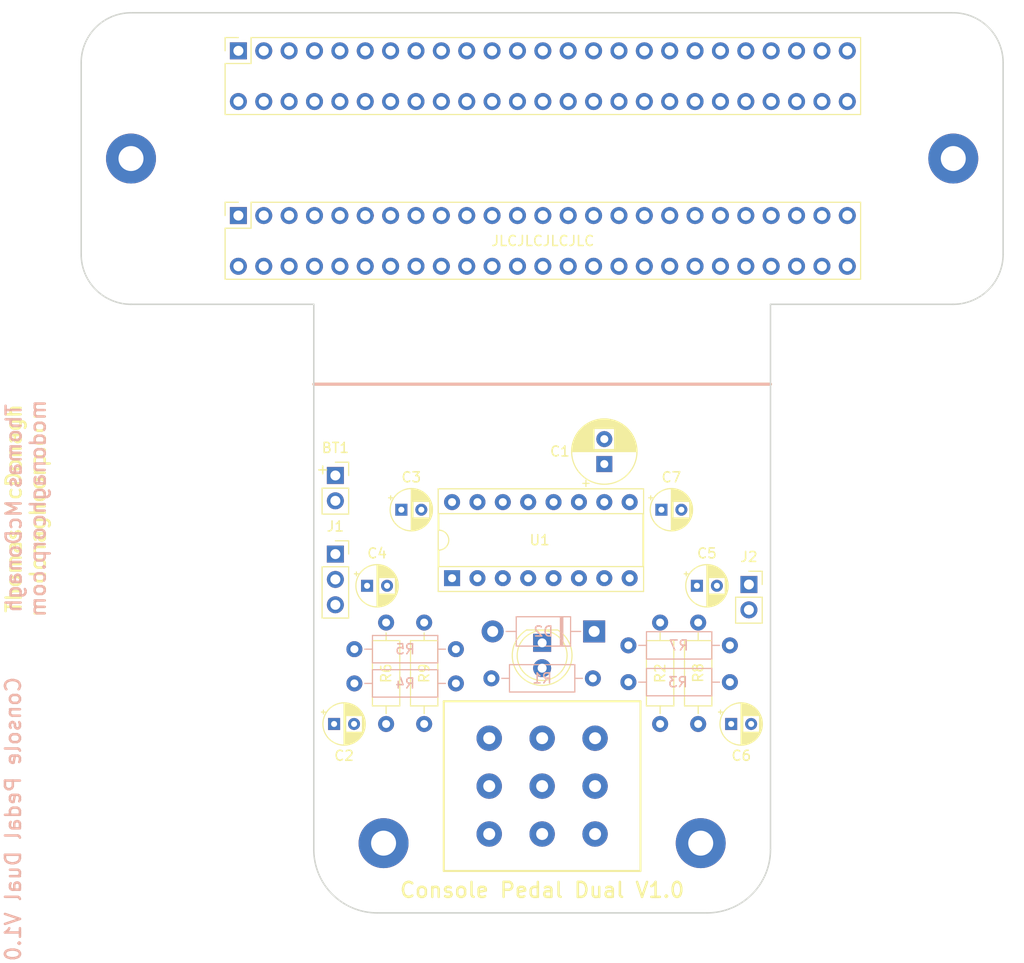
<source format=kicad_pcb>
(kicad_pcb (version 20171130) (host pcbnew "(5.1.7)-1")

  (general
    (thickness 1.6)
    (drawings 22)
    (tracks 1)
    (zones 0)
    (modules 29)
    (nets 24)
  )

  (page A4)
  (layers
    (0 F.Cu signal)
    (31 B.Cu signal)
    (32 B.Adhes user)
    (33 F.Adhes user hide)
    (34 B.Paste user)
    (35 F.Paste user)
    (36 B.SilkS user)
    (37 F.SilkS user)
    (38 B.Mask user)
    (39 F.Mask user)
    (40 Dwgs.User user)
    (41 Cmts.User user)
    (42 Eco1.User user)
    (43 Eco2.User user)
    (44 Edge.Cuts user)
    (45 Margin user)
    (46 B.CrtYd user)
    (47 F.CrtYd user)
    (48 B.Fab user hide)
    (49 F.Fab user hide)
  )

  (setup
    (last_trace_width 0.25)
    (user_trace_width 0.5)
    (trace_clearance 0.2)
    (zone_clearance 0.508)
    (zone_45_only no)
    (trace_min 0.2)
    (via_size 0.8)
    (via_drill 0.4)
    (via_min_size 0.4)
    (via_min_drill 0.3)
    (uvia_size 0.3)
    (uvia_drill 0.1)
    (uvias_allowed no)
    (uvia_min_size 0.2)
    (uvia_min_drill 0.1)
    (edge_width 0.05)
    (segment_width 0.2)
    (pcb_text_width 0.3)
    (pcb_text_size 1.5 1.5)
    (mod_edge_width 0.12)
    (mod_text_size 1 1)
    (mod_text_width 0.15)
    (pad_size 1.7 1.7)
    (pad_drill 1)
    (pad_to_mask_clearance 0)
    (aux_axis_origin 0 0)
    (visible_elements 7FFFFF7F)
    (pcbplotparams
      (layerselection 0x010fc_ffffffff)
      (usegerberextensions false)
      (usegerberattributes false)
      (usegerberadvancedattributes true)
      (creategerberjobfile true)
      (excludeedgelayer true)
      (linewidth 0.100000)
      (plotframeref false)
      (viasonmask false)
      (mode 1)
      (useauxorigin false)
      (hpglpennumber 1)
      (hpglpenspeed 20)
      (hpglpendiameter 15.000000)
      (psnegative false)
      (psa4output false)
      (plotreference true)
      (plotvalue true)
      (plotinvisibletext false)
      (padsonsilk false)
      (subtractmaskfromsilk false)
      (outputformat 1)
      (mirror false)
      (drillshape 0)
      (scaleselection 1)
      (outputdirectory "Gerbers/"))
  )

  (net 0 "")
  (net 1 "Net-(BT1-Pad2)")
  (net 2 +9V)
  (net 3 "Net-(D1-Pad1)")
  (net 4 /LEDPower)
  (net 5 GND)
  (net 6 "Net-(J1-Pad3)")
  (net 7 "Net-(J2-Pad1)")
  (net 8 "Net-(S1-PadP$1)")
  (net 9 /Input)
  (net 10 /Output)
  (net 11 "Net-(BT1-Pad1)")
  (net 12 /VREF)
  (net 13 "Net-(C2-Pad1)")
  (net 14 /SlotAOutput)
  (net 15 "Net-(C3-Pad1)")
  (net 16 "Net-(C4-Pad1)")
  (net 17 /SlotBInput)
  (net 18 "Net-(C5-Pad1)")
  (net 19 /SlotAInput)
  (net 20 "Net-(C6-Pad1)")
  (net 21 "Net-(C7-Pad1)")
  (net 22 /SlotA)
  (net 23 /SlotB)

  (net_class Default "This is the default net class."
    (clearance 0.2)
    (trace_width 0.25)
    (via_dia 0.8)
    (via_drill 0.4)
    (uvia_dia 0.3)
    (uvia_drill 0.1)
    (add_net +9V)
    (add_net /Input)
    (add_net /LEDPower)
    (add_net /Output)
    (add_net /SlotA)
    (add_net /SlotAInput)
    (add_net /SlotAOutput)
    (add_net /SlotB)
    (add_net /SlotBInput)
    (add_net /VREF)
    (add_net GND)
    (add_net "Net-(BT1-Pad1)")
    (add_net "Net-(BT1-Pad2)")
    (add_net "Net-(C2-Pad1)")
    (add_net "Net-(C3-Pad1)")
    (add_net "Net-(C4-Pad1)")
    (add_net "Net-(C5-Pad1)")
    (add_net "Net-(C6-Pad1)")
    (add_net "Net-(C7-Pad1)")
    (add_net "Net-(D1-Pad1)")
    (add_net "Net-(J1-Pad3)")
    (add_net "Net-(J2-Pad1)")
    (add_net "Net-(S1-PadP$1)")
  )

  (module libraries:n64Socket (layer F.Cu) (tedit 601ECF4D) (tstamp 601F38CB)
    (at 106.75 36.83 90)
    (descr "Through hole straight socket strip, 2x25, 2.54mm pitch, double cols (from Kicad 4.0.7), script generated")
    (tags "Through hole socket strip THT 2x25 2.54mm double row")
    (path /5FABBF0E)
    (fp_text reference J3 (at -1.27 -2.77 90) (layer F.SilkS) hide
      (effects (font (size 1 1) (thickness 0.15)))
    )
    (fp_text value "Slot A" (at -1.27 63.73 90) (layer F.Fab)
      (effects (font (size 1 1) (thickness 0.15)))
    )
    (fp_line (start -6.88 62.7) (end -6.88 -1.8) (layer F.CrtYd) (width 0.05))
    (fp_line (start 1.76 62.7) (end -6.88 62.7) (layer F.CrtYd) (width 0.05))
    (fp_line (start 1.76 -1.8) (end 1.76 62.7) (layer F.CrtYd) (width 0.05))
    (fp_line (start -6.88 -1.8) (end 1.76 -1.8) (layer F.CrtYd) (width 0.05))
    (fp_line (start 0 -1.33) (end 1.33 -1.33) (layer F.SilkS) (width 0.12))
    (fp_line (start 1.33 -1.33) (end 1.33 0) (layer F.SilkS) (width 0.12))
    (fp_line (start -1.27 -1.33) (end -1.27 1.27) (layer F.SilkS) (width 0.12))
    (fp_line (start -1.27 1.27) (end 1.33 1.27) (layer F.SilkS) (width 0.12))
    (fp_line (start 1.33 1.27) (end 1.33 62.29) (layer F.SilkS) (width 0.12))
    (fp_line (start -6.38 62.29) (end 1.33 62.29) (layer F.SilkS) (width 0.12))
    (fp_line (start -6.38 -1.33) (end -6.38 62.29) (layer F.SilkS) (width 0.12))
    (fp_line (start -6.38 -1.33) (end -1.27 -1.33) (layer F.SilkS) (width 0.12))
    (fp_line (start -6.35 62.23) (end -6.35 -1.27) (layer F.Fab) (width 0.1))
    (fp_line (start 1.27 62.23) (end -6.35 62.23) (layer F.Fab) (width 0.1))
    (fp_line (start 1.27 -0.27) (end 1.27 62.23) (layer F.Fab) (width 0.1))
    (fp_line (start 0.27 -1.27) (end 1.27 -0.27) (layer F.Fab) (width 0.1))
    (fp_line (start -6.35 -1.27) (end 0.27 -1.27) (layer F.Fab) (width 0.1))
    (fp_text user %R (at -1.27 30.48 180) (layer F.Fab)
      (effects (font (size 1 1) (thickness 0.15)))
    )
    (pad 1 thru_hole rect (at 0 0 90) (size 1.7 1.7) (drill 1) (layers *.Cu *.Mask)
      (net 5 GND))
    (pad 2 thru_hole oval (at -5.08 0 90) (size 1.7 1.7) (drill 1) (layers *.Cu *.Mask)
      (net 5 GND))
    (pad 3 thru_hole oval (at 0 2.54 90) (size 1.7 1.7) (drill 1) (layers *.Cu *.Mask)
      (net 5 GND))
    (pad 4 thru_hole oval (at -5.08 2.54 90) (size 1.7 1.7) (drill 1) (layers *.Cu *.Mask)
      (net 5 GND))
    (pad 5 thru_hole oval (at 0 5.08 90) (size 1.7 1.7) (drill 1) (layers *.Cu *.Mask)
      (net 19 /SlotAInput))
    (pad 6 thru_hole oval (at -5.08 5.08 90) (size 1.7 1.7) (drill 1) (layers *.Cu *.Mask)
      (net 19 /SlotAInput))
    (pad 7 thru_hole oval (at 0 7.62 90) (size 1.7 1.7) (drill 1) (layers *.Cu *.Mask)
      (net 14 /SlotAOutput))
    (pad 8 thru_hole oval (at -5.08 7.62 90) (size 1.7 1.7) (drill 1) (layers *.Cu *.Mask)
      (net 14 /SlotAOutput))
    (pad 9 thru_hole oval (at 0 10.16 90) (size 1.7 1.7) (drill 1) (layers *.Cu *.Mask)
      (net 2 +9V))
    (pad 10 thru_hole oval (at -5.08 10.16 90) (size 1.7 1.7) (drill 1) (layers *.Cu *.Mask)
      (net 22 /SlotA))
    (pad 11 thru_hole oval (at 0 12.7 90) (size 1.7 1.7) (drill 1) (layers *.Cu *.Mask)
      (net 4 /LEDPower))
    (pad 12 thru_hole oval (at -5.08 12.7 90) (size 1.7 1.7) (drill 1) (layers *.Cu *.Mask)
      (net 4 /LEDPower))
    (pad 13 thru_hole oval (at 0 15.24 90) (size 1.7 1.7) (drill 1) (layers *.Cu *.Mask))
    (pad 14 thru_hole oval (at -5.08 15.24 90) (size 1.7 1.7) (drill 1) (layers *.Cu *.Mask))
    (pad 15 thru_hole oval (at 0 17.78 90) (size 1.7 1.7) (drill 1) (layers *.Cu *.Mask))
    (pad 16 thru_hole oval (at -5.08 17.78 90) (size 1.7 1.7) (drill 1) (layers *.Cu *.Mask))
    (pad 17 thru_hole oval (at 0 20.32 90) (size 1.7 1.7) (drill 1) (layers *.Cu *.Mask))
    (pad 18 thru_hole oval (at -5.08 20.32 90) (size 1.7 1.7) (drill 1) (layers *.Cu *.Mask))
    (pad 19 thru_hole oval (at 0 22.86 90) (size 1.7 1.7) (drill 1) (layers *.Cu *.Mask))
    (pad 20 thru_hole oval (at -5.08 22.86 90) (size 1.7 1.7) (drill 1) (layers *.Cu *.Mask))
    (pad 21 thru_hole oval (at 0 25.4 90) (size 1.7 1.7) (drill 1) (layers *.Cu *.Mask))
    (pad 22 thru_hole oval (at -5.08 25.4 90) (size 1.7 1.7) (drill 1) (layers *.Cu *.Mask))
    (pad 23 thru_hole oval (at 0 27.94 90) (size 1.7 1.7) (drill 1) (layers *.Cu *.Mask))
    (pad 24 thru_hole oval (at -5.08 27.94 90) (size 1.7 1.7) (drill 1) (layers *.Cu *.Mask))
    (pad 25 thru_hole oval (at 0 30.48 90) (size 1.7 1.7) (drill 1) (layers *.Cu *.Mask))
    (pad 26 thru_hole oval (at -5.08 30.48 90) (size 1.7 1.7) (drill 1) (layers *.Cu *.Mask))
    (pad 27 thru_hole oval (at 0 33.02 90) (size 1.7 1.7) (drill 1) (layers *.Cu *.Mask))
    (pad 28 thru_hole oval (at -5.08 33.02 90) (size 1.7 1.7) (drill 1) (layers *.Cu *.Mask))
    (pad 29 thru_hole oval (at 0 35.56 90) (size 1.7 1.7) (drill 1) (layers *.Cu *.Mask))
    (pad 30 thru_hole oval (at -5.08 35.56 90) (size 1.7 1.7) (drill 1) (layers *.Cu *.Mask))
    (pad 31 thru_hole oval (at 0 38.1 90) (size 1.7 1.7) (drill 1) (layers *.Cu *.Mask))
    (pad 32 thru_hole oval (at -5.08 38.1 90) (size 1.7 1.7) (drill 1) (layers *.Cu *.Mask))
    (pad 33 thru_hole oval (at 0 40.64 90) (size 1.7 1.7) (drill 1) (layers *.Cu *.Mask))
    (pad 34 thru_hole oval (at -5.08 40.64 90) (size 1.7 1.7) (drill 1) (layers *.Cu *.Mask))
    (pad 35 thru_hole oval (at 0 43.18 90) (size 1.7 1.7) (drill 1) (layers *.Cu *.Mask))
    (pad 36 thru_hole oval (at -5.08 43.18 90) (size 1.7 1.7) (drill 1) (layers *.Cu *.Mask))
    (pad 37 thru_hole oval (at 0 45.72 90) (size 1.7 1.7) (drill 1) (layers *.Cu *.Mask))
    (pad 38 thru_hole oval (at -5.08 45.72 90) (size 1.7 1.7) (drill 1) (layers *.Cu *.Mask))
    (pad 39 thru_hole oval (at 0 48.26 90) (size 1.7 1.7) (drill 1) (layers *.Cu *.Mask)
      (net 4 /LEDPower))
    (pad 40 thru_hole oval (at -5.08 48.26 90) (size 1.7 1.7) (drill 1) (layers *.Cu *.Mask)
      (net 4 /LEDPower))
    (pad 41 thru_hole oval (at 0 50.8 90) (size 1.7 1.7) (drill 1) (layers *.Cu *.Mask)
      (net 2 +9V))
    (pad 42 thru_hole oval (at -5.08 50.8 90) (size 1.7 1.7) (drill 1) (layers *.Cu *.Mask)
      (net 22 /SlotA))
    (pad 43 thru_hole oval (at 0 53.34 90) (size 1.7 1.7) (drill 1) (layers *.Cu *.Mask)
      (net 14 /SlotAOutput))
    (pad 44 thru_hole oval (at -5.08 53.34 90) (size 1.7 1.7) (drill 1) (layers *.Cu *.Mask)
      (net 14 /SlotAOutput))
    (pad 45 thru_hole oval (at 0 55.88 90) (size 1.7 1.7) (drill 1) (layers *.Cu *.Mask)
      (net 19 /SlotAInput))
    (pad 46 thru_hole oval (at -5.08 55.88 90) (size 1.7 1.7) (drill 1) (layers *.Cu *.Mask)
      (net 19 /SlotAInput))
    (pad 47 thru_hole oval (at 0 58.42 90) (size 1.7 1.7) (drill 1) (layers *.Cu *.Mask)
      (net 5 GND))
    (pad 48 thru_hole oval (at -5.08 58.42 90) (size 1.7 1.7) (drill 1) (layers *.Cu *.Mask)
      (net 5 GND))
    (pad 49 thru_hole oval (at 0 60.96 90) (size 1.7 1.7) (drill 1) (layers *.Cu *.Mask)
      (net 5 GND))
    (pad 50 thru_hole oval (at -5.08 60.96 90) (size 1.7 1.7) (drill 1) (layers *.Cu *.Mask)
      (net 5 GND))
    (model ${KISYS3DMOD}/Connector_PinSocket_2.54mm.3dshapes/PinSocket_2x25_P2.54mm_Vertical.wrl
      (at (xyz 0 0 0))
      (scale (xyz 1 1 1))
      (rotate (xyz 0 0 0))
    )
  )

  (module MountingHole:MountingHole_2.5mm_Pad (layer F.Cu) (tedit 56D1B4CB) (tstamp 60AF2FB5)
    (at 178.32 31.12)
    (descr "Mounting Hole 2.5mm")
    (tags "mounting hole 2.5mm")
    (path /60B1A97D)
    (attr virtual)
    (fp_text reference H3 (at 0 -3.5) (layer F.SilkS) hide
      (effects (font (size 1 1) (thickness 0.15)))
    )
    (fp_text value Mount (at 0 3.5) (layer F.Fab)
      (effects (font (size 1 1) (thickness 0.15)))
    )
    (fp_circle (center 0 0) (end 2.75 0) (layer F.CrtYd) (width 0.05))
    (fp_circle (center 0 0) (end 2.5 0) (layer Cmts.User) (width 0.15))
    (fp_text user %R (at 0.3 0) (layer F.Fab)
      (effects (font (size 1 1) (thickness 0.15)))
    )
    (pad 1 thru_hole circle (at 0 0) (size 5 5) (drill 2.5) (layers *.Cu *.Mask)
      (net 5 GND))
  )

  (module Connector_PinSocket_2.54mm:PinSocket_1x02_P2.54mm_Vertical (layer F.Cu) (tedit 5A19A420) (tstamp 5FA7C5BD)
    (at 116.459 62.865)
    (descr "Through hole straight socket strip, 1x02, 2.54mm pitch, single row (from Kicad 4.0.7), script generated")
    (tags "Through hole socket strip THT 1x02 2.54mm single row")
    (path /5FA8DB9B)
    (fp_text reference BT1 (at 0 -2.77) (layer F.SilkS)
      (effects (font (size 1 1) (thickness 0.15)))
    )
    (fp_text value Battery (at 0 5.31) (layer F.Fab)
      (effects (font (size 1 1) (thickness 0.15)))
    )
    (fp_line (start -1.27 -1.27) (end 0.635 -1.27) (layer F.Fab) (width 0.1))
    (fp_line (start 0.635 -1.27) (end 1.27 -0.635) (layer F.Fab) (width 0.1))
    (fp_line (start 1.27 -0.635) (end 1.27 3.81) (layer F.Fab) (width 0.1))
    (fp_line (start 1.27 3.81) (end -1.27 3.81) (layer F.Fab) (width 0.1))
    (fp_line (start -1.27 3.81) (end -1.27 -1.27) (layer F.Fab) (width 0.1))
    (fp_line (start -1.33 1.27) (end 1.33 1.27) (layer F.SilkS) (width 0.12))
    (fp_line (start -1.33 1.27) (end -1.33 3.87) (layer F.SilkS) (width 0.12))
    (fp_line (start -1.33 3.87) (end 1.33 3.87) (layer F.SilkS) (width 0.12))
    (fp_line (start 1.33 1.27) (end 1.33 3.87) (layer F.SilkS) (width 0.12))
    (fp_line (start 1.33 -1.33) (end 1.33 0) (layer F.SilkS) (width 0.12))
    (fp_line (start 0 -1.33) (end 1.33 -1.33) (layer F.SilkS) (width 0.12))
    (fp_line (start -1.8 -1.8) (end 1.75 -1.8) (layer F.CrtYd) (width 0.05))
    (fp_line (start 1.75 -1.8) (end 1.75 4.3) (layer F.CrtYd) (width 0.05))
    (fp_line (start 1.75 4.3) (end -1.8 4.3) (layer F.CrtYd) (width 0.05))
    (fp_line (start -1.8 4.3) (end -1.8 -1.8) (layer F.CrtYd) (width 0.05))
    (fp_text user %R (at 0 1.27 90) (layer F.Fab)
      (effects (font (size 1 1) (thickness 0.15)))
    )
    (pad 2 thru_hole oval (at 0 2.54) (size 1.7 1.7) (drill 1) (layers *.Cu *.Mask)
      (net 1 "Net-(BT1-Pad2)"))
    (pad 1 thru_hole rect (at 0 0) (size 1.7 1.7) (drill 1) (layers *.Cu *.Mask)
      (net 11 "Net-(BT1-Pad1)"))
    (model ${KISYS3DMOD}/Connector_PinSocket_2.54mm.3dshapes/PinSocket_1x02_P2.54mm_Vertical.wrl
      (at (xyz 0 0 0))
      (scale (xyz 1 1 1))
      (rotate (xyz 0 0 0))
    )
  )

  (module LED_THT:LED_D5.0mm (layer F.Cu) (tedit 5995936A) (tstamp 5FA7C5CF)
    (at 137.16 79.629 270)
    (descr "LED, diameter 5.0mm, 2 pins, http://cdn-reichelt.de/documents/datenblatt/A500/LL-504BC2E-009.pdf")
    (tags "LED diameter 5.0mm 2 pins")
    (path /5FA8236D)
    (fp_text reference D1 (at 1.27 -3.96 90) (layer F.SilkS) hide
      (effects (font (size 1 1) (thickness 0.15)))
    )
    (fp_text value LED (at 1.27 3.96 90) (layer F.Fab)
      (effects (font (size 1 1) (thickness 0.15)))
    )
    (fp_line (start 4.5 -3.25) (end -1.95 -3.25) (layer F.CrtYd) (width 0.05))
    (fp_line (start 4.5 3.25) (end 4.5 -3.25) (layer F.CrtYd) (width 0.05))
    (fp_line (start -1.95 3.25) (end 4.5 3.25) (layer F.CrtYd) (width 0.05))
    (fp_line (start -1.95 -3.25) (end -1.95 3.25) (layer F.CrtYd) (width 0.05))
    (fp_line (start -1.29 -1.545) (end -1.29 1.545) (layer F.SilkS) (width 0.12))
    (fp_line (start -1.23 -1.469694) (end -1.23 1.469694) (layer F.Fab) (width 0.1))
    (fp_circle (center 1.27 0) (end 3.77 0) (layer F.SilkS) (width 0.12))
    (fp_circle (center 1.27 0) (end 3.77 0) (layer F.Fab) (width 0.1))
    (fp_arc (start 1.27 0) (end -1.23 -1.469694) (angle 299.1) (layer F.Fab) (width 0.1))
    (fp_arc (start 1.27 0) (end -1.29 -1.54483) (angle 148.9) (layer F.SilkS) (width 0.12))
    (fp_arc (start 1.27 0) (end -1.29 1.54483) (angle -148.9) (layer F.SilkS) (width 0.12))
    (fp_text user %R (at 1.25 0 90) (layer F.Fab)
      (effects (font (size 0.8 0.8) (thickness 0.2)))
    )
    (pad 1 thru_hole rect (at 0 0 270) (size 1.8 1.8) (drill 0.9) (layers *.Cu *.Mask)
      (net 3 "Net-(D1-Pad1)"))
    (pad 2 thru_hole circle (at 2.54 0 270) (size 1.8 1.8) (drill 0.9) (layers *.Cu *.Mask)
      (net 4 /LEDPower))
    (model ${KISYS3DMOD}/LED_THT.3dshapes/LED_D5.0mm.wrl
      (at (xyz 0 0 0))
      (scale (xyz 1 1 1))
      (rotate (xyz 0 0 0))
    )
  )

  (module Connector_PinSocket_2.54mm:PinSocket_1x03_P2.54mm_Vertical (layer F.Cu) (tedit 5A19A429) (tstamp 5FA7E2AB)
    (at 116.459 70.739)
    (descr "Through hole straight socket strip, 1x03, 2.54mm pitch, single row (from Kicad 4.0.7), script generated")
    (tags "Through hole socket strip THT 1x03 2.54mm single row")
    (path /5FA7876B)
    (fp_text reference J1 (at 0 -2.77) (layer F.SilkS)
      (effects (font (size 1 1) (thickness 0.15)))
    )
    (fp_text value AudioJack3 (at 0 7.85) (layer F.Fab)
      (effects (font (size 1 1) (thickness 0.15)))
    )
    (fp_line (start -1.8 6.85) (end -1.8 -1.8) (layer F.CrtYd) (width 0.05))
    (fp_line (start 1.75 6.85) (end -1.8 6.85) (layer F.CrtYd) (width 0.05))
    (fp_line (start 1.75 -1.8) (end 1.75 6.85) (layer F.CrtYd) (width 0.05))
    (fp_line (start -1.8 -1.8) (end 1.75 -1.8) (layer F.CrtYd) (width 0.05))
    (fp_line (start 0 -1.33) (end 1.33 -1.33) (layer F.SilkS) (width 0.12))
    (fp_line (start 1.33 -1.33) (end 1.33 0) (layer F.SilkS) (width 0.12))
    (fp_line (start 1.33 1.27) (end 1.33 6.41) (layer F.SilkS) (width 0.12))
    (fp_line (start -1.33 6.41) (end 1.33 6.41) (layer F.SilkS) (width 0.12))
    (fp_line (start -1.33 1.27) (end -1.33 6.41) (layer F.SilkS) (width 0.12))
    (fp_line (start -1.33 1.27) (end 1.33 1.27) (layer F.SilkS) (width 0.12))
    (fp_line (start -1.27 6.35) (end -1.27 -1.27) (layer F.Fab) (width 0.1))
    (fp_line (start 1.27 6.35) (end -1.27 6.35) (layer F.Fab) (width 0.1))
    (fp_line (start 1.27 -0.635) (end 1.27 6.35) (layer F.Fab) (width 0.1))
    (fp_line (start 0.635 -1.27) (end 1.27 -0.635) (layer F.Fab) (width 0.1))
    (fp_line (start -1.27 -1.27) (end 0.635 -1.27) (layer F.Fab) (width 0.1))
    (fp_text user %R (at 0 2.54 90) (layer F.Fab)
      (effects (font (size 1 1) (thickness 0.15)))
    )
    (pad 1 thru_hole rect (at 0 0) (size 1.7 1.7) (drill 1) (layers *.Cu *.Mask)
      (net 5 GND))
    (pad 2 thru_hole oval (at 0 2.54) (size 1.7 1.7) (drill 1) (layers *.Cu *.Mask)
      (net 1 "Net-(BT1-Pad2)"))
    (pad 3 thru_hole oval (at 0 5.08) (size 1.7 1.7) (drill 1) (layers *.Cu *.Mask)
      (net 6 "Net-(J1-Pad3)"))
    (model ${KISYS3DMOD}/Connector_PinSocket_2.54mm.3dshapes/PinSocket_1x03_P2.54mm_Vertical.wrl
      (at (xyz 0 0 0))
      (scale (xyz 1 1 1))
      (rotate (xyz 0 0 0))
    )
  )

  (module Connector_PinSocket_2.54mm:PinSocket_1x02_P2.54mm_Vertical (layer F.Cu) (tedit 5A19A420) (tstamp 5FA7C5FC)
    (at 157.861 73.787)
    (descr "Through hole straight socket strip, 1x02, 2.54mm pitch, single row (from Kicad 4.0.7), script generated")
    (tags "Through hole socket strip THT 1x02 2.54mm single row")
    (path /5FA7811A)
    (fp_text reference J2 (at 0 -2.77) (layer F.SilkS)
      (effects (font (size 1 1) (thickness 0.15)))
    )
    (fp_text value AudioJack2 (at 0 5.31) (layer F.Fab)
      (effects (font (size 1 1) (thickness 0.15)))
    )
    (fp_line (start -1.8 4.3) (end -1.8 -1.8) (layer F.CrtYd) (width 0.05))
    (fp_line (start 1.75 4.3) (end -1.8 4.3) (layer F.CrtYd) (width 0.05))
    (fp_line (start 1.75 -1.8) (end 1.75 4.3) (layer F.CrtYd) (width 0.05))
    (fp_line (start -1.8 -1.8) (end 1.75 -1.8) (layer F.CrtYd) (width 0.05))
    (fp_line (start 0 -1.33) (end 1.33 -1.33) (layer F.SilkS) (width 0.12))
    (fp_line (start 1.33 -1.33) (end 1.33 0) (layer F.SilkS) (width 0.12))
    (fp_line (start 1.33 1.27) (end 1.33 3.87) (layer F.SilkS) (width 0.12))
    (fp_line (start -1.33 3.87) (end 1.33 3.87) (layer F.SilkS) (width 0.12))
    (fp_line (start -1.33 1.27) (end -1.33 3.87) (layer F.SilkS) (width 0.12))
    (fp_line (start -1.33 1.27) (end 1.33 1.27) (layer F.SilkS) (width 0.12))
    (fp_line (start -1.27 3.81) (end -1.27 -1.27) (layer F.Fab) (width 0.1))
    (fp_line (start 1.27 3.81) (end -1.27 3.81) (layer F.Fab) (width 0.1))
    (fp_line (start 1.27 -0.635) (end 1.27 3.81) (layer F.Fab) (width 0.1))
    (fp_line (start 0.635 -1.27) (end 1.27 -0.635) (layer F.Fab) (width 0.1))
    (fp_line (start -1.27 -1.27) (end 0.635 -1.27) (layer F.Fab) (width 0.1))
    (fp_text user %R (at 0 1.27 90) (layer F.Fab)
      (effects (font (size 1 1) (thickness 0.15)))
    )
    (pad 1 thru_hole rect (at 0 0) (size 1.7 1.7) (drill 1) (layers *.Cu *.Mask)
      (net 7 "Net-(J2-Pad1)"))
    (pad 2 thru_hole oval (at 0 2.54) (size 1.7 1.7) (drill 1) (layers *.Cu *.Mask)
      (net 5 GND))
    (model ${KISYS3DMOD}/Connector_PinSocket_2.54mm.3dshapes/PinSocket_1x02_P2.54mm_Vertical.wrl
      (at (xyz 0 0 0))
      (scale (xyz 1 1 1))
      (rotate (xyz 0 0 0))
    )
  )

  (module Resistor_THT:R_Axial_DIN0207_L6.3mm_D2.5mm_P10.16mm_Horizontal (layer B.Cu) (tedit 5AE5139B) (tstamp 5FA7C613)
    (at 142.24 83.185 180)
    (descr "Resistor, Axial_DIN0207 series, Axial, Horizontal, pin pitch=10.16mm, 0.25W = 1/4W, length*diameter=6.3*2.5mm^2, http://cdn-reichelt.de/documents/datenblatt/B400/1_4W%23YAG.pdf")
    (tags "Resistor Axial_DIN0207 series Axial Horizontal pin pitch 10.16mm 0.25W = 1/4W length 6.3mm diameter 2.5mm")
    (path /5FA832DD)
    (fp_text reference R1 (at 5.08 0) (layer B.SilkS)
      (effects (font (size 1 1) (thickness 0.15)) (justify mirror))
    )
    (fp_text value LED (at 5.08 -2.37) (layer B.Fab)
      (effects (font (size 1 1) (thickness 0.15)) (justify mirror))
    )
    (fp_line (start 11.21 1.5) (end -1.05 1.5) (layer B.CrtYd) (width 0.05))
    (fp_line (start 11.21 -1.5) (end 11.21 1.5) (layer B.CrtYd) (width 0.05))
    (fp_line (start -1.05 -1.5) (end 11.21 -1.5) (layer B.CrtYd) (width 0.05))
    (fp_line (start -1.05 1.5) (end -1.05 -1.5) (layer B.CrtYd) (width 0.05))
    (fp_line (start 9.12 0) (end 8.35 0) (layer B.SilkS) (width 0.12))
    (fp_line (start 1.04 0) (end 1.81 0) (layer B.SilkS) (width 0.12))
    (fp_line (start 8.35 1.37) (end 1.81 1.37) (layer B.SilkS) (width 0.12))
    (fp_line (start 8.35 -1.37) (end 8.35 1.37) (layer B.SilkS) (width 0.12))
    (fp_line (start 1.81 -1.37) (end 8.35 -1.37) (layer B.SilkS) (width 0.12))
    (fp_line (start 1.81 1.37) (end 1.81 -1.37) (layer B.SilkS) (width 0.12))
    (fp_line (start 10.16 0) (end 8.23 0) (layer B.Fab) (width 0.1))
    (fp_line (start 0 0) (end 1.93 0) (layer B.Fab) (width 0.1))
    (fp_line (start 8.23 1.25) (end 1.93 1.25) (layer B.Fab) (width 0.1))
    (fp_line (start 8.23 -1.25) (end 8.23 1.25) (layer B.Fab) (width 0.1))
    (fp_line (start 1.93 -1.25) (end 8.23 -1.25) (layer B.Fab) (width 0.1))
    (fp_line (start 1.93 1.25) (end 1.93 -1.25) (layer B.Fab) (width 0.1))
    (fp_text user %R (at 5.08 0) (layer B.Fab)
      (effects (font (size 1 1) (thickness 0.15)) (justify mirror))
    )
    (pad 1 thru_hole circle (at 0 0 180) (size 1.6 1.6) (drill 0.8) (layers *.Cu *.Mask)
      (net 3 "Net-(D1-Pad1)"))
    (pad 2 thru_hole oval (at 10.16 0 180) (size 1.6 1.6) (drill 0.8) (layers *.Cu *.Mask)
      (net 5 GND))
    (model ${KISYS3DMOD}/Resistor_THT.3dshapes/R_Axial_DIN0207_L6.3mm_D2.5mm_P10.16mm_Horizontal.wrl
      (at (xyz 0 0 0))
      (scale (xyz 1 1 1))
      (rotate (xyz 0 0 0))
    )
  )

  (module MuffPi:STOMP_SWITCH_3PDT (layer F.Cu) (tedit 200000) (tstamp 5FA7C631)
    (at 137.16 93.98 180)
    (descr "3-POLE, DOUBLE-THROW (3PDT) STOMP SWITCH")
    (tags "3-POLE, DOUBLE-THROW (3PDT) STOMP SWITCH")
    (path /5FA79099)
    (attr virtual)
    (fp_text reference S1 (at 0 -9.144) (layer F.SilkS) hide
      (effects (font (size 0.6096 0.6096) (thickness 0.127)))
    )
    (fp_text value SWITCH-3PDT-PTH-STOMP (at 0 9.271) (layer F.SilkS) hide
      (effects (font (size 0.6096 0.6096) (thickness 0.127)))
    )
    (fp_circle (center 0 0) (end 0 -6.09854) (layer Dwgs.User) (width 0.127))
    (fp_line (start -4.29768 -5.99948) (end -6.2992 -5.99948) (layer Dwgs.User) (width 0.127))
    (fp_line (start -4.29768 5.99948) (end -4.29768 -5.99948) (layer Dwgs.User) (width 0.127))
    (fp_line (start -6.2992 5.99948) (end -4.29768 5.99948) (layer Dwgs.User) (width 0.127))
    (fp_line (start -6.2992 -5.99948) (end -6.2992 5.99948) (layer Dwgs.User) (width 0.127))
    (fp_line (start 6.2992 5.99948) (end 6.2992 -5.99948) (layer Dwgs.User) (width 0.127))
    (fp_line (start 4.29768 5.99948) (end 6.2992 5.99948) (layer Dwgs.User) (width 0.127))
    (fp_line (start 4.29768 -5.99948) (end 4.29768 5.99948) (layer Dwgs.User) (width 0.127))
    (fp_line (start 6.2992 -5.99948) (end 4.29768 -5.99948) (layer Dwgs.User) (width 0.127))
    (fp_line (start -0.99822 -5.99948) (end 0.99822 -5.99948) (layer Dwgs.User) (width 0.127))
    (fp_line (start -0.99822 5.99948) (end -0.99822 -5.99948) (layer Dwgs.User) (width 0.127))
    (fp_line (start 0.99822 5.99948) (end -0.99822 5.99948) (layer Dwgs.User) (width 0.127))
    (fp_line (start 0.99822 -5.99948) (end 0.99822 5.99948) (layer Dwgs.User) (width 0.127))
    (fp_line (start -9.84758 8.49884) (end -9.84758 -8.49884) (layer F.SilkS) (width 0.2032))
    (fp_line (start 9.84758 8.49884) (end -9.84758 8.49884) (layer F.SilkS) (width 0.2032))
    (fp_line (start 9.84758 -8.49884) (end 9.84758 8.49884) (layer F.SilkS) (width 0.2032))
    (fp_line (start -9.84758 -8.49884) (end 9.84758 -8.49884) (layer F.SilkS) (width 0.2032))
    (pad P$1 thru_hole circle (at -5.29844 -4.79806 180) (size 2.54 2.54) (drill 1.19888) (layers *.Cu *.Mask)
      (net 8 "Net-(S1-PadP$1)") (solder_mask_margin 0.1016))
    (pad P$2 thru_hole circle (at -5.29844 0 180) (size 2.54 2.54) (drill 1.19888) (layers *.Cu *.Mask)
      (net 6 "Net-(J1-Pad3)") (solder_mask_margin 0.1016))
    (pad P$3 thru_hole circle (at -5.29844 4.79806 180) (size 2.54 2.54) (drill 1.19888) (layers *.Cu *.Mask)
      (net 9 /Input) (solder_mask_margin 0.1016))
    (pad P$4 thru_hole circle (at 0 -4.79806 180) (size 2.54 2.54) (drill 1.19888) (layers *.Cu *.Mask)
      (net 8 "Net-(S1-PadP$1)") (solder_mask_margin 0.1016))
    (pad P$5 thru_hole circle (at 0 0 180) (size 2.54 2.54) (drill 1.19888) (layers *.Cu *.Mask)
      (net 7 "Net-(J2-Pad1)") (solder_mask_margin 0.1016))
    (pad P$6 thru_hole circle (at 0 4.79806 180) (size 2.54 2.54) (drill 1.19888) (layers *.Cu *.Mask)
      (net 10 /Output) (solder_mask_margin 0.1016))
    (pad P$7 thru_hole circle (at 5.29844 -4.79806 180) (size 2.54 2.54) (drill 1.19888) (layers *.Cu *.Mask)
      (solder_mask_margin 0.1016))
    (pad P$8 thru_hole circle (at 5.29844 0 180) (size 2.54 2.54) (drill 1.19888) (layers *.Cu *.Mask)
      (net 2 +9V) (solder_mask_margin 0.1016))
    (pad P$9 thru_hole circle (at 5.29844 4.79806 180) (size 2.54 2.54) (drill 1.19888) (layers *.Cu *.Mask)
      (net 4 /LEDPower) (solder_mask_margin 0.1016))
  )

  (module Diode_THT:D_DO-41_SOD81_P10.16mm_Horizontal (layer B.Cu) (tedit 5AE50CD5) (tstamp 601EE685)
    (at 142.367 78.486 180)
    (descr "Diode, DO-41_SOD81 series, Axial, Horizontal, pin pitch=10.16mm, , length*diameter=5.2*2.7mm^2, , http://www.diodes.com/_files/packages/DO-41%20(Plastic).pdf")
    (tags "Diode DO-41_SOD81 series Axial Horizontal pin pitch 10.16mm  length 5.2mm diameter 2.7mm")
    (path /601EEB67)
    (fp_text reference D2 (at 5.08 0 180) (layer B.SilkS)
      (effects (font (size 1 1) (thickness 0.15)) (justify mirror))
    )
    (fp_text value D (at 5.08 -2.47 180) (layer B.Fab)
      (effects (font (size 1 1) (thickness 0.15)) (justify mirror))
    )
    (fp_line (start 11.51 1.6) (end -1.35 1.6) (layer B.CrtYd) (width 0.05))
    (fp_line (start 11.51 -1.6) (end 11.51 1.6) (layer B.CrtYd) (width 0.05))
    (fp_line (start -1.35 -1.6) (end 11.51 -1.6) (layer B.CrtYd) (width 0.05))
    (fp_line (start -1.35 1.6) (end -1.35 -1.6) (layer B.CrtYd) (width 0.05))
    (fp_line (start 3.14 1.47) (end 3.14 -1.47) (layer B.SilkS) (width 0.12))
    (fp_line (start 3.38 1.47) (end 3.38 -1.47) (layer B.SilkS) (width 0.12))
    (fp_line (start 3.26 1.47) (end 3.26 -1.47) (layer B.SilkS) (width 0.12))
    (fp_line (start 8.82 0) (end 7.8 0) (layer B.SilkS) (width 0.12))
    (fp_line (start 1.34 0) (end 2.36 0) (layer B.SilkS) (width 0.12))
    (fp_line (start 7.8 1.47) (end 2.36 1.47) (layer B.SilkS) (width 0.12))
    (fp_line (start 7.8 -1.47) (end 7.8 1.47) (layer B.SilkS) (width 0.12))
    (fp_line (start 2.36 -1.47) (end 7.8 -1.47) (layer B.SilkS) (width 0.12))
    (fp_line (start 2.36 1.47) (end 2.36 -1.47) (layer B.SilkS) (width 0.12))
    (fp_line (start 3.16 1.35) (end 3.16 -1.35) (layer B.Fab) (width 0.1))
    (fp_line (start 3.36 1.35) (end 3.36 -1.35) (layer B.Fab) (width 0.1))
    (fp_line (start 3.26 1.35) (end 3.26 -1.35) (layer B.Fab) (width 0.1))
    (fp_line (start 10.16 0) (end 7.68 0) (layer B.Fab) (width 0.1))
    (fp_line (start 0 0) (end 2.48 0) (layer B.Fab) (width 0.1))
    (fp_line (start 7.68 1.35) (end 2.48 1.35) (layer B.Fab) (width 0.1))
    (fp_line (start 7.68 -1.35) (end 7.68 1.35) (layer B.Fab) (width 0.1))
    (fp_line (start 2.48 -1.35) (end 7.68 -1.35) (layer B.Fab) (width 0.1))
    (fp_line (start 2.48 1.35) (end 2.48 -1.35) (layer B.Fab) (width 0.1))
    (fp_text user %R (at 5.47 0 180) (layer B.Fab)
      (effects (font (size 1 1) (thickness 0.15)) (justify mirror))
    )
    (fp_text user K (at 0 2.1 180) (layer B.Fab)
      (effects (font (size 1 1) (thickness 0.15)) (justify mirror))
    )
    (pad 1 thru_hole rect (at 0 0 180) (size 2.2 2.2) (drill 1.1) (layers *.Cu *.Mask)
      (net 2 +9V))
    (pad 2 thru_hole oval (at 10.16 0 180) (size 2.2 2.2) (drill 1.1) (layers *.Cu *.Mask)
      (net 11 "Net-(BT1-Pad1)"))
    (model ${KISYS3DMOD}/Diode_THT.3dshapes/D_DO-41_SOD81_P10.16mm_Horizontal.wrl
      (at (xyz 0 0 0))
      (scale (xyz 1 1 1))
      (rotate (xyz 0 0 0))
    )
  )

  (module libraries:n64Socket (layer F.Cu) (tedit 601ECF4D) (tstamp 60AF2964)
    (at 106.75 20.33 90)
    (descr "Through hole straight socket strip, 2x25, 2.54mm pitch, double cols (from Kicad 4.0.7), script generated")
    (tags "Through hole socket strip THT 2x25 2.54mm double row")
    (path /60B0325D)
    (fp_text reference J4 (at -1.27 -2.77 90) (layer F.SilkS) hide
      (effects (font (size 1 1) (thickness 0.15)))
    )
    (fp_text value "Slot B" (at -1.27 63.73 90) (layer F.Fab)
      (effects (font (size 1 1) (thickness 0.15)))
    )
    (fp_line (start -6.88 62.7) (end -6.88 -1.8) (layer F.CrtYd) (width 0.05))
    (fp_line (start 1.76 62.7) (end -6.88 62.7) (layer F.CrtYd) (width 0.05))
    (fp_line (start 1.76 -1.8) (end 1.76 62.7) (layer F.CrtYd) (width 0.05))
    (fp_line (start -6.88 -1.8) (end 1.76 -1.8) (layer F.CrtYd) (width 0.05))
    (fp_line (start 0 -1.33) (end 1.33 -1.33) (layer F.SilkS) (width 0.12))
    (fp_line (start 1.33 -1.33) (end 1.33 0) (layer F.SilkS) (width 0.12))
    (fp_line (start -1.27 -1.33) (end -1.27 1.27) (layer F.SilkS) (width 0.12))
    (fp_line (start -1.27 1.27) (end 1.33 1.27) (layer F.SilkS) (width 0.12))
    (fp_line (start 1.33 1.27) (end 1.33 62.29) (layer F.SilkS) (width 0.12))
    (fp_line (start -6.38 62.29) (end 1.33 62.29) (layer F.SilkS) (width 0.12))
    (fp_line (start -6.38 -1.33) (end -6.38 62.29) (layer F.SilkS) (width 0.12))
    (fp_line (start -6.38 -1.33) (end -1.27 -1.33) (layer F.SilkS) (width 0.12))
    (fp_line (start -6.35 62.23) (end -6.35 -1.27) (layer F.Fab) (width 0.1))
    (fp_line (start 1.27 62.23) (end -6.35 62.23) (layer F.Fab) (width 0.1))
    (fp_line (start 1.27 -0.27) (end 1.27 62.23) (layer F.Fab) (width 0.1))
    (fp_line (start 0.27 -1.27) (end 1.27 -0.27) (layer F.Fab) (width 0.1))
    (fp_line (start -6.35 -1.27) (end 0.27 -1.27) (layer F.Fab) (width 0.1))
    (fp_text user %R (at -1.27 30.48 180) (layer F.Fab)
      (effects (font (size 1 1) (thickness 0.15)))
    )
    (pad 1 thru_hole rect (at 0 0 90) (size 1.7 1.7) (drill 1) (layers *.Cu *.Mask)
      (net 5 GND))
    (pad 2 thru_hole oval (at -5.08 0 90) (size 1.7 1.7) (drill 1) (layers *.Cu *.Mask)
      (net 5 GND))
    (pad 3 thru_hole oval (at 0 2.54 90) (size 1.7 1.7) (drill 1) (layers *.Cu *.Mask)
      (net 5 GND))
    (pad 4 thru_hole oval (at -5.08 2.54 90) (size 1.7 1.7) (drill 1) (layers *.Cu *.Mask)
      (net 5 GND))
    (pad 5 thru_hole oval (at 0 5.08 90) (size 1.7 1.7) (drill 1) (layers *.Cu *.Mask)
      (net 17 /SlotBInput))
    (pad 6 thru_hole oval (at -5.08 5.08 90) (size 1.7 1.7) (drill 1) (layers *.Cu *.Mask)
      (net 17 /SlotBInput))
    (pad 7 thru_hole oval (at 0 7.62 90) (size 1.7 1.7) (drill 1) (layers *.Cu *.Mask)
      (net 10 /Output))
    (pad 8 thru_hole oval (at -5.08 7.62 90) (size 1.7 1.7) (drill 1) (layers *.Cu *.Mask)
      (net 10 /Output))
    (pad 9 thru_hole oval (at 0 10.16 90) (size 1.7 1.7) (drill 1) (layers *.Cu *.Mask)
      (net 2 +9V))
    (pad 10 thru_hole oval (at -5.08 10.16 90) (size 1.7 1.7) (drill 1) (layers *.Cu *.Mask)
      (net 23 /SlotB))
    (pad 11 thru_hole oval (at 0 12.7 90) (size 1.7 1.7) (drill 1) (layers *.Cu *.Mask)
      (net 4 /LEDPower))
    (pad 12 thru_hole oval (at -5.08 12.7 90) (size 1.7 1.7) (drill 1) (layers *.Cu *.Mask)
      (net 4 /LEDPower))
    (pad 13 thru_hole oval (at 0 15.24 90) (size 1.7 1.7) (drill 1) (layers *.Cu *.Mask))
    (pad 14 thru_hole oval (at -5.08 15.24 90) (size 1.7 1.7) (drill 1) (layers *.Cu *.Mask))
    (pad 15 thru_hole oval (at 0 17.78 90) (size 1.7 1.7) (drill 1) (layers *.Cu *.Mask))
    (pad 16 thru_hole oval (at -5.08 17.78 90) (size 1.7 1.7) (drill 1) (layers *.Cu *.Mask))
    (pad 17 thru_hole oval (at 0 20.32 90) (size 1.7 1.7) (drill 1) (layers *.Cu *.Mask))
    (pad 18 thru_hole oval (at -5.08 20.32 90) (size 1.7 1.7) (drill 1) (layers *.Cu *.Mask))
    (pad 19 thru_hole oval (at 0 22.86 90) (size 1.7 1.7) (drill 1) (layers *.Cu *.Mask))
    (pad 20 thru_hole oval (at -5.08 22.86 90) (size 1.7 1.7) (drill 1) (layers *.Cu *.Mask))
    (pad 21 thru_hole oval (at 0 25.4 90) (size 1.7 1.7) (drill 1) (layers *.Cu *.Mask))
    (pad 22 thru_hole oval (at -5.08 25.4 90) (size 1.7 1.7) (drill 1) (layers *.Cu *.Mask))
    (pad 23 thru_hole oval (at 0 27.94 90) (size 1.7 1.7) (drill 1) (layers *.Cu *.Mask))
    (pad 24 thru_hole oval (at -5.08 27.94 90) (size 1.7 1.7) (drill 1) (layers *.Cu *.Mask))
    (pad 25 thru_hole oval (at 0 30.48 90) (size 1.7 1.7) (drill 1) (layers *.Cu *.Mask))
    (pad 26 thru_hole oval (at -5.08 30.48 90) (size 1.7 1.7) (drill 1) (layers *.Cu *.Mask))
    (pad 27 thru_hole oval (at 0 33.02 90) (size 1.7 1.7) (drill 1) (layers *.Cu *.Mask))
    (pad 28 thru_hole oval (at -5.08 33.02 90) (size 1.7 1.7) (drill 1) (layers *.Cu *.Mask))
    (pad 29 thru_hole oval (at 0 35.56 90) (size 1.7 1.7) (drill 1) (layers *.Cu *.Mask))
    (pad 30 thru_hole oval (at -5.08 35.56 90) (size 1.7 1.7) (drill 1) (layers *.Cu *.Mask))
    (pad 31 thru_hole oval (at 0 38.1 90) (size 1.7 1.7) (drill 1) (layers *.Cu *.Mask))
    (pad 32 thru_hole oval (at -5.08 38.1 90) (size 1.7 1.7) (drill 1) (layers *.Cu *.Mask))
    (pad 33 thru_hole oval (at 0 40.64 90) (size 1.7 1.7) (drill 1) (layers *.Cu *.Mask))
    (pad 34 thru_hole oval (at -5.08 40.64 90) (size 1.7 1.7) (drill 1) (layers *.Cu *.Mask))
    (pad 35 thru_hole oval (at 0 43.18 90) (size 1.7 1.7) (drill 1) (layers *.Cu *.Mask))
    (pad 36 thru_hole oval (at -5.08 43.18 90) (size 1.7 1.7) (drill 1) (layers *.Cu *.Mask))
    (pad 37 thru_hole oval (at 0 45.72 90) (size 1.7 1.7) (drill 1) (layers *.Cu *.Mask))
    (pad 38 thru_hole oval (at -5.08 45.72 90) (size 1.7 1.7) (drill 1) (layers *.Cu *.Mask))
    (pad 39 thru_hole oval (at 0 48.26 90) (size 1.7 1.7) (drill 1) (layers *.Cu *.Mask)
      (net 4 /LEDPower))
    (pad 40 thru_hole oval (at -5.08 48.26 90) (size 1.7 1.7) (drill 1) (layers *.Cu *.Mask)
      (net 4 /LEDPower))
    (pad 41 thru_hole oval (at 0 50.8 90) (size 1.7 1.7) (drill 1) (layers *.Cu *.Mask)
      (net 2 +9V))
    (pad 42 thru_hole oval (at -5.08 50.8 90) (size 1.7 1.7) (drill 1) (layers *.Cu *.Mask)
      (net 23 /SlotB))
    (pad 43 thru_hole oval (at 0 53.34 90) (size 1.7 1.7) (drill 1) (layers *.Cu *.Mask)
      (net 10 /Output))
    (pad 44 thru_hole oval (at -5.08 53.34 90) (size 1.7 1.7) (drill 1) (layers *.Cu *.Mask)
      (net 10 /Output))
    (pad 45 thru_hole oval (at 0 55.88 90) (size 1.7 1.7) (drill 1) (layers *.Cu *.Mask)
      (net 17 /SlotBInput))
    (pad 46 thru_hole oval (at -5.08 55.88 90) (size 1.7 1.7) (drill 1) (layers *.Cu *.Mask)
      (net 17 /SlotBInput))
    (pad 47 thru_hole oval (at 0 58.42 90) (size 1.7 1.7) (drill 1) (layers *.Cu *.Mask)
      (net 5 GND))
    (pad 48 thru_hole oval (at -5.08 58.42 90) (size 1.7 1.7) (drill 1) (layers *.Cu *.Mask)
      (net 5 GND))
    (pad 49 thru_hole oval (at 0 60.96 90) (size 1.7 1.7) (drill 1) (layers *.Cu *.Mask)
      (net 5 GND))
    (pad 50 thru_hole oval (at -5.08 60.96 90) (size 1.7 1.7) (drill 1) (layers *.Cu *.Mask)
      (net 5 GND))
    (model ${KISYS3DMOD}/Connector_PinSocket_2.54mm.3dshapes/PinSocket_2x25_P2.54mm_Vertical.wrl
      (at (xyz 0 0 0))
      (scale (xyz 1 1 1))
      (rotate (xyz 0 0 0))
    )
  )

  (module MountingHole:MountingHole_2.5mm_Pad (layer F.Cu) (tedit 56D1B4CB) (tstamp 60AF2FCA)
    (at 96 31.12)
    (descr "Mounting Hole 2.5mm")
    (tags "mounting hole 2.5mm")
    (path /60B19785)
    (attr virtual)
    (fp_text reference H1 (at 0 -3.5) (layer F.SilkS) hide
      (effects (font (size 1 1) (thickness 0.15)))
    )
    (fp_text value Mount (at 0 3.5) (layer F.Fab)
      (effects (font (size 1 1) (thickness 0.15)))
    )
    (fp_circle (center 0 0) (end 2.75 0) (layer F.CrtYd) (width 0.05))
    (fp_circle (center 0 0) (end 2.5 0) (layer Cmts.User) (width 0.15))
    (fp_text user %R (at 0.3 0) (layer F.Fab)
      (effects (font (size 1 1) (thickness 0.15)))
    )
    (pad 1 thru_hole circle (at 0 0) (size 5 5) (drill 2.5) (layers *.Cu *.Mask)
      (net 5 GND))
  )

  (module MountingHole:MountingHole_2.5mm_Pad (layer F.Cu) (tedit 56D1B4CB) (tstamp 60AF2FDF)
    (at 121.285 99.695)
    (descr "Mounting Hole 2.5mm")
    (tags "mounting hole 2.5mm")
    (path /60B1A670)
    (attr virtual)
    (fp_text reference H2 (at 0 -3.5) (layer F.SilkS) hide
      (effects (font (size 1 1) (thickness 0.15)))
    )
    (fp_text value Mount (at 0 3.5) (layer F.Fab)
      (effects (font (size 1 1) (thickness 0.15)))
    )
    (fp_circle (center 0 0) (end 2.5 0) (layer Cmts.User) (width 0.15))
    (fp_circle (center 0 0) (end 2.75 0) (layer F.CrtYd) (width 0.05))
    (fp_text user %R (at 0.3 0) (layer F.Fab)
      (effects (font (size 1 1) (thickness 0.15)))
    )
    (pad 1 thru_hole circle (at 0 0) (size 5 5) (drill 2.5) (layers *.Cu *.Mask)
      (net 5 GND))
  )

  (module MountingHole:MountingHole_2.5mm_Pad (layer F.Cu) (tedit 56D1B4CB) (tstamp 60AF2FF4)
    (at 153.035 99.695)
    (descr "Mounting Hole 2.5mm")
    (tags "mounting hole 2.5mm")
    (path /60B1AC4E)
    (attr virtual)
    (fp_text reference H4 (at 0 -3.5) (layer F.SilkS) hide
      (effects (font (size 1 1) (thickness 0.15)))
    )
    (fp_text value Mount (at 0 3.5) (layer F.Fab)
      (effects (font (size 1 1) (thickness 0.15)))
    )
    (fp_circle (center 0 0) (end 2.5 0) (layer Cmts.User) (width 0.15))
    (fp_circle (center 0 0) (end 2.75 0) (layer F.CrtYd) (width 0.05))
    (fp_text user %R (at 0.3 0) (layer F.Fab)
      (effects (font (size 1 1) (thickness 0.15)))
    )
    (pad 1 thru_hole circle (at 0 0) (size 5 5) (drill 2.5) (layers *.Cu *.Mask)
      (net 5 GND))
  )

  (module Resistor_THT:R_Axial_DIN0207_L6.3mm_D2.5mm_P10.16mm_Horizontal (layer F.Cu) (tedit 5AE5139B) (tstamp 6100B029)
    (at 148.971 87.757 90)
    (descr "Resistor, Axial_DIN0207 series, Axial, Horizontal, pin pitch=10.16mm, 0.25W = 1/4W, length*diameter=6.3*2.5mm^2, http://cdn-reichelt.de/documents/datenblatt/B400/1_4W%23YAG.pdf")
    (tags "Resistor Axial_DIN0207 series Axial Horizontal pin pitch 10.16mm 0.25W = 1/4W length 6.3mm diameter 2.5mm")
    (path /61069225)
    (fp_text reference R2 (at 5.08 0 90) (layer F.SilkS)
      (effects (font (size 1 1) (thickness 0.15)))
    )
    (fp_text value 10K (at 5.08 2.37 90) (layer F.Fab)
      (effects (font (size 1 1) (thickness 0.15)))
    )
    (fp_line (start 11.21 -1.5) (end -1.05 -1.5) (layer F.CrtYd) (width 0.05))
    (fp_line (start 11.21 1.5) (end 11.21 -1.5) (layer F.CrtYd) (width 0.05))
    (fp_line (start -1.05 1.5) (end 11.21 1.5) (layer F.CrtYd) (width 0.05))
    (fp_line (start -1.05 -1.5) (end -1.05 1.5) (layer F.CrtYd) (width 0.05))
    (fp_line (start 9.12 0) (end 8.35 0) (layer F.SilkS) (width 0.12))
    (fp_line (start 1.04 0) (end 1.81 0) (layer F.SilkS) (width 0.12))
    (fp_line (start 8.35 -1.37) (end 1.81 -1.37) (layer F.SilkS) (width 0.12))
    (fp_line (start 8.35 1.37) (end 8.35 -1.37) (layer F.SilkS) (width 0.12))
    (fp_line (start 1.81 1.37) (end 8.35 1.37) (layer F.SilkS) (width 0.12))
    (fp_line (start 1.81 -1.37) (end 1.81 1.37) (layer F.SilkS) (width 0.12))
    (fp_line (start 10.16 0) (end 8.23 0) (layer F.Fab) (width 0.1))
    (fp_line (start 0 0) (end 1.93 0) (layer F.Fab) (width 0.1))
    (fp_line (start 8.23 -1.25) (end 1.93 -1.25) (layer F.Fab) (width 0.1))
    (fp_line (start 8.23 1.25) (end 8.23 -1.25) (layer F.Fab) (width 0.1))
    (fp_line (start 1.93 1.25) (end 8.23 1.25) (layer F.Fab) (width 0.1))
    (fp_line (start 1.93 -1.25) (end 1.93 1.25) (layer F.Fab) (width 0.1))
    (fp_text user %R (at 5.08 0 90) (layer F.Fab)
      (effects (font (size 1 1) (thickness 0.15)))
    )
    (pad 2 thru_hole oval (at 10.16 0 90) (size 1.6 1.6) (drill 0.8) (layers *.Cu *.Mask)
      (net 12 /VREF))
    (pad 1 thru_hole circle (at 0 0 90) (size 1.6 1.6) (drill 0.8) (layers *.Cu *.Mask)
      (net 2 +9V))
    (model ${KISYS3DMOD}/Resistor_THT.3dshapes/R_Axial_DIN0207_L6.3mm_D2.5mm_P10.16mm_Horizontal.wrl
      (at (xyz 0 0 0))
      (scale (xyz 1 1 1))
      (rotate (xyz 0 0 0))
    )
  )

  (module Resistor_THT:R_Axial_DIN0207_L6.3mm_D2.5mm_P10.16mm_Horizontal (layer B.Cu) (tedit 5AE5139B) (tstamp 6100B040)
    (at 155.956 83.566 180)
    (descr "Resistor, Axial_DIN0207 series, Axial, Horizontal, pin pitch=10.16mm, 0.25W = 1/4W, length*diameter=6.3*2.5mm^2, http://cdn-reichelt.de/documents/datenblatt/B400/1_4W%23YAG.pdf")
    (tags "Resistor Axial_DIN0207 series Axial Horizontal pin pitch 10.16mm 0.25W = 1/4W length 6.3mm diameter 2.5mm")
    (path /6106C1F2)
    (fp_text reference R3 (at 5.207 0) (layer B.SilkS)
      (effects (font (size 1 1) (thickness 0.15)) (justify mirror))
    )
    (fp_text value 10K (at 5.08 -2.37) (layer B.Fab)
      (effects (font (size 1 1) (thickness 0.15)) (justify mirror))
    )
    (fp_line (start 1.93 1.25) (end 1.93 -1.25) (layer B.Fab) (width 0.1))
    (fp_line (start 1.93 -1.25) (end 8.23 -1.25) (layer B.Fab) (width 0.1))
    (fp_line (start 8.23 -1.25) (end 8.23 1.25) (layer B.Fab) (width 0.1))
    (fp_line (start 8.23 1.25) (end 1.93 1.25) (layer B.Fab) (width 0.1))
    (fp_line (start 0 0) (end 1.93 0) (layer B.Fab) (width 0.1))
    (fp_line (start 10.16 0) (end 8.23 0) (layer B.Fab) (width 0.1))
    (fp_line (start 1.81 1.37) (end 1.81 -1.37) (layer B.SilkS) (width 0.12))
    (fp_line (start 1.81 -1.37) (end 8.35 -1.37) (layer B.SilkS) (width 0.12))
    (fp_line (start 8.35 -1.37) (end 8.35 1.37) (layer B.SilkS) (width 0.12))
    (fp_line (start 8.35 1.37) (end 1.81 1.37) (layer B.SilkS) (width 0.12))
    (fp_line (start 1.04 0) (end 1.81 0) (layer B.SilkS) (width 0.12))
    (fp_line (start 9.12 0) (end 8.35 0) (layer B.SilkS) (width 0.12))
    (fp_line (start -1.05 1.5) (end -1.05 -1.5) (layer B.CrtYd) (width 0.05))
    (fp_line (start -1.05 -1.5) (end 11.21 -1.5) (layer B.CrtYd) (width 0.05))
    (fp_line (start 11.21 -1.5) (end 11.21 1.5) (layer B.CrtYd) (width 0.05))
    (fp_line (start 11.21 1.5) (end -1.05 1.5) (layer B.CrtYd) (width 0.05))
    (fp_text user %R (at 5.08 0) (layer B.Fab)
      (effects (font (size 1 1) (thickness 0.15)) (justify mirror))
    )
    (pad 1 thru_hole circle (at 0 0 180) (size 1.6 1.6) (drill 0.8) (layers *.Cu *.Mask)
      (net 12 /VREF))
    (pad 2 thru_hole oval (at 10.16 0 180) (size 1.6 1.6) (drill 0.8) (layers *.Cu *.Mask)
      (net 5 GND))
    (model ${KISYS3DMOD}/Resistor_THT.3dshapes/R_Axial_DIN0207_L6.3mm_D2.5mm_P10.16mm_Horizontal.wrl
      (at (xyz 0 0 0))
      (scale (xyz 1 1 1))
      (rotate (xyz 0 0 0))
    )
  )

  (module Resistor_THT:R_Axial_DIN0207_L6.3mm_D2.5mm_P10.16mm_Horizontal (layer B.Cu) (tedit 5AE5139B) (tstamp 6100B057)
    (at 128.524 83.693 180)
    (descr "Resistor, Axial_DIN0207 series, Axial, Horizontal, pin pitch=10.16mm, 0.25W = 1/4W, length*diameter=6.3*2.5mm^2, http://cdn-reichelt.de/documents/datenblatt/B400/1_4W%23YAG.pdf")
    (tags "Resistor Axial_DIN0207 series Axial Horizontal pin pitch 10.16mm 0.25W = 1/4W length 6.3mm diameter 2.5mm")
    (path /6107A6E0)
    (fp_text reference R4 (at 5.08 0) (layer B.SilkS)
      (effects (font (size 1 1) (thickness 0.15)) (justify mirror))
    )
    (fp_text value 510K (at 5.08 -2.37) (layer B.Fab)
      (effects (font (size 1 1) (thickness 0.15)) (justify mirror))
    )
    (fp_line (start 11.21 1.5) (end -1.05 1.5) (layer B.CrtYd) (width 0.05))
    (fp_line (start 11.21 -1.5) (end 11.21 1.5) (layer B.CrtYd) (width 0.05))
    (fp_line (start -1.05 -1.5) (end 11.21 -1.5) (layer B.CrtYd) (width 0.05))
    (fp_line (start -1.05 1.5) (end -1.05 -1.5) (layer B.CrtYd) (width 0.05))
    (fp_line (start 9.12 0) (end 8.35 0) (layer B.SilkS) (width 0.12))
    (fp_line (start 1.04 0) (end 1.81 0) (layer B.SilkS) (width 0.12))
    (fp_line (start 8.35 1.37) (end 1.81 1.37) (layer B.SilkS) (width 0.12))
    (fp_line (start 8.35 -1.37) (end 8.35 1.37) (layer B.SilkS) (width 0.12))
    (fp_line (start 1.81 -1.37) (end 8.35 -1.37) (layer B.SilkS) (width 0.12))
    (fp_line (start 1.81 1.37) (end 1.81 -1.37) (layer B.SilkS) (width 0.12))
    (fp_line (start 10.16 0) (end 8.23 0) (layer B.Fab) (width 0.1))
    (fp_line (start 0 0) (end 1.93 0) (layer B.Fab) (width 0.1))
    (fp_line (start 8.23 1.25) (end 1.93 1.25) (layer B.Fab) (width 0.1))
    (fp_line (start 8.23 -1.25) (end 8.23 1.25) (layer B.Fab) (width 0.1))
    (fp_line (start 1.93 -1.25) (end 8.23 -1.25) (layer B.Fab) (width 0.1))
    (fp_line (start 1.93 1.25) (end 1.93 -1.25) (layer B.Fab) (width 0.1))
    (fp_text user %R (at 5.08 0) (layer B.Fab)
      (effects (font (size 1 1) (thickness 0.15)) (justify mirror))
    )
    (pad 2 thru_hole oval (at 10.16 0 180) (size 1.6 1.6) (drill 0.8) (layers *.Cu *.Mask)
      (net 12 /VREF))
    (pad 1 thru_hole circle (at 0 0 180) (size 1.6 1.6) (drill 0.8) (layers *.Cu *.Mask)
      (net 13 "Net-(C2-Pad1)"))
    (model ${KISYS3DMOD}/Resistor_THT.3dshapes/R_Axial_DIN0207_L6.3mm_D2.5mm_P10.16mm_Horizontal.wrl
      (at (xyz 0 0 0))
      (scale (xyz 1 1 1))
      (rotate (xyz 0 0 0))
    )
  )

  (module Resistor_THT:R_Axial_DIN0207_L6.3mm_D2.5mm_P10.16mm_Horizontal (layer B.Cu) (tedit 5AE5139B) (tstamp 6100B06E)
    (at 128.524 80.264 180)
    (descr "Resistor, Axial_DIN0207 series, Axial, Horizontal, pin pitch=10.16mm, 0.25W = 1/4W, length*diameter=6.3*2.5mm^2, http://cdn-reichelt.de/documents/datenblatt/B400/1_4W%23YAG.pdf")
    (tags "Resistor Axial_DIN0207 series Axial Horizontal pin pitch 10.16mm 0.25W = 1/4W length 6.3mm diameter 2.5mm")
    (path /6108D336)
    (fp_text reference R5 (at 5.08 0) (layer B.SilkS)
      (effects (font (size 1 1) (thickness 0.15)) (justify mirror))
    )
    (fp_text value 510K (at 5.08 -2.37) (layer B.Fab)
      (effects (font (size 1 1) (thickness 0.15)) (justify mirror))
    )
    (fp_line (start 1.93 1.25) (end 1.93 -1.25) (layer B.Fab) (width 0.1))
    (fp_line (start 1.93 -1.25) (end 8.23 -1.25) (layer B.Fab) (width 0.1))
    (fp_line (start 8.23 -1.25) (end 8.23 1.25) (layer B.Fab) (width 0.1))
    (fp_line (start 8.23 1.25) (end 1.93 1.25) (layer B.Fab) (width 0.1))
    (fp_line (start 0 0) (end 1.93 0) (layer B.Fab) (width 0.1))
    (fp_line (start 10.16 0) (end 8.23 0) (layer B.Fab) (width 0.1))
    (fp_line (start 1.81 1.37) (end 1.81 -1.37) (layer B.SilkS) (width 0.12))
    (fp_line (start 1.81 -1.37) (end 8.35 -1.37) (layer B.SilkS) (width 0.12))
    (fp_line (start 8.35 -1.37) (end 8.35 1.37) (layer B.SilkS) (width 0.12))
    (fp_line (start 8.35 1.37) (end 1.81 1.37) (layer B.SilkS) (width 0.12))
    (fp_line (start 1.04 0) (end 1.81 0) (layer B.SilkS) (width 0.12))
    (fp_line (start 9.12 0) (end 8.35 0) (layer B.SilkS) (width 0.12))
    (fp_line (start -1.05 1.5) (end -1.05 -1.5) (layer B.CrtYd) (width 0.05))
    (fp_line (start -1.05 -1.5) (end 11.21 -1.5) (layer B.CrtYd) (width 0.05))
    (fp_line (start 11.21 -1.5) (end 11.21 1.5) (layer B.CrtYd) (width 0.05))
    (fp_line (start 11.21 1.5) (end -1.05 1.5) (layer B.CrtYd) (width 0.05))
    (fp_text user %R (at 5.08 0) (layer B.Fab)
      (effects (font (size 1 1) (thickness 0.15)) (justify mirror))
    )
    (pad 1 thru_hole circle (at 0 0 180) (size 1.6 1.6) (drill 0.8) (layers *.Cu *.Mask)
      (net 15 "Net-(C3-Pad1)"))
    (pad 2 thru_hole oval (at 10.16 0 180) (size 1.6 1.6) (drill 0.8) (layers *.Cu *.Mask)
      (net 12 /VREF))
    (model ${KISYS3DMOD}/Resistor_THT.3dshapes/R_Axial_DIN0207_L6.3mm_D2.5mm_P10.16mm_Horizontal.wrl
      (at (xyz 0 0 0))
      (scale (xyz 1 1 1))
      (rotate (xyz 0 0 0))
    )
  )

  (module Resistor_THT:R_Axial_DIN0207_L6.3mm_D2.5mm_P10.16mm_Horizontal (layer F.Cu) (tedit 5AE5139B) (tstamp 6100B085)
    (at 121.539 77.597 270)
    (descr "Resistor, Axial_DIN0207 series, Axial, Horizontal, pin pitch=10.16mm, 0.25W = 1/4W, length*diameter=6.3*2.5mm^2, http://cdn-reichelt.de/documents/datenblatt/B400/1_4W%23YAG.pdf")
    (tags "Resistor Axial_DIN0207 series Axial Horizontal pin pitch 10.16mm 0.25W = 1/4W length 6.3mm diameter 2.5mm")
    (path /610A025D)
    (fp_text reference R6 (at 5.08 0 90) (layer F.SilkS)
      (effects (font (size 1 1) (thickness 0.15)))
    )
    (fp_text value 510K (at 5.08 2.37 90) (layer F.Fab)
      (effects (font (size 1 1) (thickness 0.15)))
    )
    (fp_line (start 11.21 -1.5) (end -1.05 -1.5) (layer F.CrtYd) (width 0.05))
    (fp_line (start 11.21 1.5) (end 11.21 -1.5) (layer F.CrtYd) (width 0.05))
    (fp_line (start -1.05 1.5) (end 11.21 1.5) (layer F.CrtYd) (width 0.05))
    (fp_line (start -1.05 -1.5) (end -1.05 1.5) (layer F.CrtYd) (width 0.05))
    (fp_line (start 9.12 0) (end 8.35 0) (layer F.SilkS) (width 0.12))
    (fp_line (start 1.04 0) (end 1.81 0) (layer F.SilkS) (width 0.12))
    (fp_line (start 8.35 -1.37) (end 1.81 -1.37) (layer F.SilkS) (width 0.12))
    (fp_line (start 8.35 1.37) (end 8.35 -1.37) (layer F.SilkS) (width 0.12))
    (fp_line (start 1.81 1.37) (end 8.35 1.37) (layer F.SilkS) (width 0.12))
    (fp_line (start 1.81 -1.37) (end 1.81 1.37) (layer F.SilkS) (width 0.12))
    (fp_line (start 10.16 0) (end 8.23 0) (layer F.Fab) (width 0.1))
    (fp_line (start 0 0) (end 1.93 0) (layer F.Fab) (width 0.1))
    (fp_line (start 8.23 -1.25) (end 1.93 -1.25) (layer F.Fab) (width 0.1))
    (fp_line (start 8.23 1.25) (end 8.23 -1.25) (layer F.Fab) (width 0.1))
    (fp_line (start 1.93 1.25) (end 8.23 1.25) (layer F.Fab) (width 0.1))
    (fp_line (start 1.93 -1.25) (end 1.93 1.25) (layer F.Fab) (width 0.1))
    (fp_text user %R (at 5.08 0 90) (layer F.Fab)
      (effects (font (size 1 1) (thickness 0.15)))
    )
    (pad 2 thru_hole oval (at 10.16 0 270) (size 1.6 1.6) (drill 0.8) (layers *.Cu *.Mask)
      (net 16 "Net-(C4-Pad1)"))
    (pad 1 thru_hole circle (at 0 0 270) (size 1.6 1.6) (drill 0.8) (layers *.Cu *.Mask)
      (net 12 /VREF))
    (model ${KISYS3DMOD}/Resistor_THT.3dshapes/R_Axial_DIN0207_L6.3mm_D2.5mm_P10.16mm_Horizontal.wrl
      (at (xyz 0 0 0))
      (scale (xyz 1 1 1))
      (rotate (xyz 0 0 0))
    )
  )

  (module Resistor_THT:R_Axial_DIN0207_L6.3mm_D2.5mm_P10.16mm_Horizontal (layer B.Cu) (tedit 5AE5139B) (tstamp 6100B09C)
    (at 145.796 79.883)
    (descr "Resistor, Axial_DIN0207 series, Axial, Horizontal, pin pitch=10.16mm, 0.25W = 1/4W, length*diameter=6.3*2.5mm^2, http://cdn-reichelt.de/documents/datenblatt/B400/1_4W%23YAG.pdf")
    (tags "Resistor Axial_DIN0207 series Axial Horizontal pin pitch 10.16mm 0.25W = 1/4W length 6.3mm diameter 2.5mm")
    (path /610A79D8)
    (fp_text reference R7 (at 5.041999 0.006001 180) (layer B.SilkS)
      (effects (font (size 1 1) (thickness 0.15)) (justify mirror))
    )
    (fp_text value 510K (at 5.08 -2.37 180) (layer B.Fab)
      (effects (font (size 1 1) (thickness 0.15)) (justify mirror))
    )
    (fp_line (start 1.93 1.25) (end 1.93 -1.25) (layer B.Fab) (width 0.1))
    (fp_line (start 1.93 -1.25) (end 8.23 -1.25) (layer B.Fab) (width 0.1))
    (fp_line (start 8.23 -1.25) (end 8.23 1.25) (layer B.Fab) (width 0.1))
    (fp_line (start 8.23 1.25) (end 1.93 1.25) (layer B.Fab) (width 0.1))
    (fp_line (start 0 0) (end 1.93 0) (layer B.Fab) (width 0.1))
    (fp_line (start 10.16 0) (end 8.23 0) (layer B.Fab) (width 0.1))
    (fp_line (start 1.81 1.37) (end 1.81 -1.37) (layer B.SilkS) (width 0.12))
    (fp_line (start 1.81 -1.37) (end 8.35 -1.37) (layer B.SilkS) (width 0.12))
    (fp_line (start 8.35 -1.37) (end 8.35 1.37) (layer B.SilkS) (width 0.12))
    (fp_line (start 8.35 1.37) (end 1.81 1.37) (layer B.SilkS) (width 0.12))
    (fp_line (start 1.04 0) (end 1.81 0) (layer B.SilkS) (width 0.12))
    (fp_line (start 9.12 0) (end 8.35 0) (layer B.SilkS) (width 0.12))
    (fp_line (start -1.05 1.5) (end -1.05 -1.5) (layer B.CrtYd) (width 0.05))
    (fp_line (start -1.05 -1.5) (end 11.21 -1.5) (layer B.CrtYd) (width 0.05))
    (fp_line (start 11.21 -1.5) (end 11.21 1.5) (layer B.CrtYd) (width 0.05))
    (fp_line (start 11.21 1.5) (end -1.05 1.5) (layer B.CrtYd) (width 0.05))
    (fp_text user %R (at 5.08 0 180) (layer B.Fab)
      (effects (font (size 1 1) (thickness 0.15)) (justify mirror))
    )
    (pad 1 thru_hole circle (at 0 0) (size 1.6 1.6) (drill 0.8) (layers *.Cu *.Mask)
      (net 18 "Net-(C5-Pad1)"))
    (pad 2 thru_hole oval (at 10.16 0) (size 1.6 1.6) (drill 0.8) (layers *.Cu *.Mask)
      (net 12 /VREF))
    (model ${KISYS3DMOD}/Resistor_THT.3dshapes/R_Axial_DIN0207_L6.3mm_D2.5mm_P10.16mm_Horizontal.wrl
      (at (xyz 0 0 0))
      (scale (xyz 1 1 1))
      (rotate (xyz 0 0 0))
    )
  )

  (module Resistor_THT:R_Axial_DIN0207_L6.3mm_D2.5mm_P10.16mm_Horizontal (layer F.Cu) (tedit 5AE5139B) (tstamp 6100B0B3)
    (at 152.781 77.597 270)
    (descr "Resistor, Axial_DIN0207 series, Axial, Horizontal, pin pitch=10.16mm, 0.25W = 1/4W, length*diameter=6.3*2.5mm^2, http://cdn-reichelt.de/documents/datenblatt/B400/1_4W%23YAG.pdf")
    (tags "Resistor Axial_DIN0207 series Axial Horizontal pin pitch 10.16mm 0.25W = 1/4W length 6.3mm diameter 2.5mm")
    (path /610B53B7)
    (fp_text reference R8 (at 5.041999 0.007999 90) (layer F.SilkS)
      (effects (font (size 1 1) (thickness 0.15)))
    )
    (fp_text value 510K (at 5.08 2.37 90) (layer F.Fab)
      (effects (font (size 1 1) (thickness 0.15)))
    )
    (fp_line (start 11.21 -1.5) (end -1.05 -1.5) (layer F.CrtYd) (width 0.05))
    (fp_line (start 11.21 1.5) (end 11.21 -1.5) (layer F.CrtYd) (width 0.05))
    (fp_line (start -1.05 1.5) (end 11.21 1.5) (layer F.CrtYd) (width 0.05))
    (fp_line (start -1.05 -1.5) (end -1.05 1.5) (layer F.CrtYd) (width 0.05))
    (fp_line (start 9.12 0) (end 8.35 0) (layer F.SilkS) (width 0.12))
    (fp_line (start 1.04 0) (end 1.81 0) (layer F.SilkS) (width 0.12))
    (fp_line (start 8.35 -1.37) (end 1.81 -1.37) (layer F.SilkS) (width 0.12))
    (fp_line (start 8.35 1.37) (end 8.35 -1.37) (layer F.SilkS) (width 0.12))
    (fp_line (start 1.81 1.37) (end 8.35 1.37) (layer F.SilkS) (width 0.12))
    (fp_line (start 1.81 -1.37) (end 1.81 1.37) (layer F.SilkS) (width 0.12))
    (fp_line (start 10.16 0) (end 8.23 0) (layer F.Fab) (width 0.1))
    (fp_line (start 0 0) (end 1.93 0) (layer F.Fab) (width 0.1))
    (fp_line (start 8.23 -1.25) (end 1.93 -1.25) (layer F.Fab) (width 0.1))
    (fp_line (start 8.23 1.25) (end 8.23 -1.25) (layer F.Fab) (width 0.1))
    (fp_line (start 1.93 1.25) (end 8.23 1.25) (layer F.Fab) (width 0.1))
    (fp_line (start 1.93 -1.25) (end 1.93 1.25) (layer F.Fab) (width 0.1))
    (fp_text user %R (at 5.08 0 90) (layer F.Fab)
      (effects (font (size 1 1) (thickness 0.15)))
    )
    (pad 2 thru_hole oval (at 10.16 0 270) (size 1.6 1.6) (drill 0.8) (layers *.Cu *.Mask)
      (net 20 "Net-(C6-Pad1)"))
    (pad 1 thru_hole circle (at 0 0 270) (size 1.6 1.6) (drill 0.8) (layers *.Cu *.Mask)
      (net 12 /VREF))
    (model ${KISYS3DMOD}/Resistor_THT.3dshapes/R_Axial_DIN0207_L6.3mm_D2.5mm_P10.16mm_Horizontal.wrl
      (at (xyz 0 0 0))
      (scale (xyz 1 1 1))
      (rotate (xyz 0 0 0))
    )
  )

  (module Resistor_THT:R_Axial_DIN0207_L6.3mm_D2.5mm_P10.16mm_Horizontal (layer F.Cu) (tedit 5AE5139B) (tstamp 6100B0CA)
    (at 125.349 87.757 90)
    (descr "Resistor, Axial_DIN0207 series, Axial, Horizontal, pin pitch=10.16mm, 0.25W = 1/4W, length*diameter=6.3*2.5mm^2, http://cdn-reichelt.de/documents/datenblatt/B400/1_4W%23YAG.pdf")
    (tags "Resistor Axial_DIN0207 series Axial Horizontal pin pitch 10.16mm 0.25W = 1/4W length 6.3mm diameter 2.5mm")
    (path /610B53C7)
    (fp_text reference R9 (at 5.08 0 90) (layer F.SilkS)
      (effects (font (size 1 1) (thickness 0.15)))
    )
    (fp_text value 510K (at 5.08 2.37 90) (layer F.Fab)
      (effects (font (size 1 1) (thickness 0.15)))
    )
    (fp_line (start 1.93 -1.25) (end 1.93 1.25) (layer F.Fab) (width 0.1))
    (fp_line (start 1.93 1.25) (end 8.23 1.25) (layer F.Fab) (width 0.1))
    (fp_line (start 8.23 1.25) (end 8.23 -1.25) (layer F.Fab) (width 0.1))
    (fp_line (start 8.23 -1.25) (end 1.93 -1.25) (layer F.Fab) (width 0.1))
    (fp_line (start 0 0) (end 1.93 0) (layer F.Fab) (width 0.1))
    (fp_line (start 10.16 0) (end 8.23 0) (layer F.Fab) (width 0.1))
    (fp_line (start 1.81 -1.37) (end 1.81 1.37) (layer F.SilkS) (width 0.12))
    (fp_line (start 1.81 1.37) (end 8.35 1.37) (layer F.SilkS) (width 0.12))
    (fp_line (start 8.35 1.37) (end 8.35 -1.37) (layer F.SilkS) (width 0.12))
    (fp_line (start 8.35 -1.37) (end 1.81 -1.37) (layer F.SilkS) (width 0.12))
    (fp_line (start 1.04 0) (end 1.81 0) (layer F.SilkS) (width 0.12))
    (fp_line (start 9.12 0) (end 8.35 0) (layer F.SilkS) (width 0.12))
    (fp_line (start -1.05 -1.5) (end -1.05 1.5) (layer F.CrtYd) (width 0.05))
    (fp_line (start -1.05 1.5) (end 11.21 1.5) (layer F.CrtYd) (width 0.05))
    (fp_line (start 11.21 1.5) (end 11.21 -1.5) (layer F.CrtYd) (width 0.05))
    (fp_line (start 11.21 -1.5) (end -1.05 -1.5) (layer F.CrtYd) (width 0.05))
    (fp_text user %R (at 5.08 0 90) (layer F.Fab)
      (effects (font (size 1 1) (thickness 0.15)))
    )
    (pad 1 thru_hole circle (at 0 0 90) (size 1.6 1.6) (drill 0.8) (layers *.Cu *.Mask)
      (net 21 "Net-(C7-Pad1)"))
    (pad 2 thru_hole oval (at 10.16 0 90) (size 1.6 1.6) (drill 0.8) (layers *.Cu *.Mask)
      (net 12 /VREF))
    (model ${KISYS3DMOD}/Resistor_THT.3dshapes/R_Axial_DIN0207_L6.3mm_D2.5mm_P10.16mm_Horizontal.wrl
      (at (xyz 0 0 0))
      (scale (xyz 1 1 1))
      (rotate (xyz 0 0 0))
    )
  )

  (module Package_DIP:DIP-16_W7.62mm_Socket (layer F.Cu) (tedit 5A02E8C5) (tstamp 6100B0F6)
    (at 128.143 73.152 90)
    (descr "16-lead though-hole mounted DIP package, row spacing 7.62 mm (300 mils), Socket")
    (tags "THT DIP DIL PDIP 2.54mm 7.62mm 300mil Socket")
    (path /60FF6D67)
    (fp_text reference U1 (at 3.81 8.763 180) (layer F.SilkS)
      (effects (font (size 1 1) (thickness 0.15)))
    )
    (fp_text value CD4053B (at 3.81 20.11 90) (layer F.Fab)
      (effects (font (size 1 1) (thickness 0.15)))
    )
    (fp_line (start 1.635 -1.27) (end 6.985 -1.27) (layer F.Fab) (width 0.1))
    (fp_line (start 6.985 -1.27) (end 6.985 19.05) (layer F.Fab) (width 0.1))
    (fp_line (start 6.985 19.05) (end 0.635 19.05) (layer F.Fab) (width 0.1))
    (fp_line (start 0.635 19.05) (end 0.635 -0.27) (layer F.Fab) (width 0.1))
    (fp_line (start 0.635 -0.27) (end 1.635 -1.27) (layer F.Fab) (width 0.1))
    (fp_line (start -1.27 -1.33) (end -1.27 19.11) (layer F.Fab) (width 0.1))
    (fp_line (start -1.27 19.11) (end 8.89 19.11) (layer F.Fab) (width 0.1))
    (fp_line (start 8.89 19.11) (end 8.89 -1.33) (layer F.Fab) (width 0.1))
    (fp_line (start 8.89 -1.33) (end -1.27 -1.33) (layer F.Fab) (width 0.1))
    (fp_line (start 2.81 -1.33) (end 1.16 -1.33) (layer F.SilkS) (width 0.12))
    (fp_line (start 1.16 -1.33) (end 1.16 19.11) (layer F.SilkS) (width 0.12))
    (fp_line (start 1.16 19.11) (end 6.46 19.11) (layer F.SilkS) (width 0.12))
    (fp_line (start 6.46 19.11) (end 6.46 -1.33) (layer F.SilkS) (width 0.12))
    (fp_line (start 6.46 -1.33) (end 4.81 -1.33) (layer F.SilkS) (width 0.12))
    (fp_line (start -1.33 -1.39) (end -1.33 19.17) (layer F.SilkS) (width 0.12))
    (fp_line (start -1.33 19.17) (end 8.95 19.17) (layer F.SilkS) (width 0.12))
    (fp_line (start 8.95 19.17) (end 8.95 -1.39) (layer F.SilkS) (width 0.12))
    (fp_line (start 8.95 -1.39) (end -1.33 -1.39) (layer F.SilkS) (width 0.12))
    (fp_line (start -1.55 -1.6) (end -1.55 19.4) (layer F.CrtYd) (width 0.05))
    (fp_line (start -1.55 19.4) (end 9.15 19.4) (layer F.CrtYd) (width 0.05))
    (fp_line (start 9.15 19.4) (end 9.15 -1.6) (layer F.CrtYd) (width 0.05))
    (fp_line (start 9.15 -1.6) (end -1.55 -1.6) (layer F.CrtYd) (width 0.05))
    (fp_arc (start 3.81 -1.33) (end 2.81 -1.33) (angle -180) (layer F.SilkS) (width 0.12))
    (fp_text user %R (at 3.81 8.89 90) (layer F.Fab)
      (effects (font (size 1 1) (thickness 0.15)))
    )
    (pad 1 thru_hole rect (at 0 0 90) (size 1.6 1.6) (drill 0.8) (layers *.Cu *.Mask)
      (net 21 "Net-(C7-Pad1)"))
    (pad 9 thru_hole oval (at 7.62 17.78 90) (size 1.6 1.6) (drill 0.8) (layers *.Cu *.Mask)
      (net 5 GND))
    (pad 2 thru_hole oval (at 0 2.54 90) (size 1.6 1.6) (drill 0.8) (layers *.Cu *.Mask)
      (net 20 "Net-(C6-Pad1)"))
    (pad 10 thru_hole oval (at 7.62 15.24 90) (size 1.6 1.6) (drill 0.8) (layers *.Cu *.Mask)
      (net 23 /SlotB))
    (pad 3 thru_hole oval (at 0 5.08 90) (size 1.6 1.6) (drill 0.8) (layers *.Cu *.Mask))
    (pad 11 thru_hole oval (at 7.62 12.7 90) (size 1.6 1.6) (drill 0.8) (layers *.Cu *.Mask)
      (net 22 /SlotA))
    (pad 4 thru_hole oval (at 0 7.62 90) (size 1.6 1.6) (drill 0.8) (layers *.Cu *.Mask))
    (pad 12 thru_hole oval (at 7.62 10.16 90) (size 1.6 1.6) (drill 0.8) (layers *.Cu *.Mask)
      (net 16 "Net-(C4-Pad1)"))
    (pad 5 thru_hole oval (at 0 10.16 90) (size 1.6 1.6) (drill 0.8) (layers *.Cu *.Mask))
    (pad 13 thru_hole oval (at 7.62 7.62 90) (size 1.6 1.6) (drill 0.8) (layers *.Cu *.Mask)
      (net 18 "Net-(C5-Pad1)"))
    (pad 6 thru_hole oval (at 0 12.7 90) (size 1.6 1.6) (drill 0.8) (layers *.Cu *.Mask)
      (net 5 GND))
    (pad 14 thru_hole oval (at 7.62 5.08 90) (size 1.6 1.6) (drill 0.8) (layers *.Cu *.Mask)
      (net 13 "Net-(C2-Pad1)"))
    (pad 7 thru_hole oval (at 0 15.24 90) (size 1.6 1.6) (drill 0.8) (layers *.Cu *.Mask)
      (net 5 GND))
    (pad 15 thru_hole oval (at 7.62 2.54 90) (size 1.6 1.6) (drill 0.8) (layers *.Cu *.Mask)
      (net 15 "Net-(C3-Pad1)"))
    (pad 8 thru_hole oval (at 0 17.78 90) (size 1.6 1.6) (drill 0.8) (layers *.Cu *.Mask)
      (net 5 GND))
    (pad 16 thru_hole oval (at 7.62 0 90) (size 1.6 1.6) (drill 0.8) (layers *.Cu *.Mask)
      (net 2 +9V))
    (model ${KISYS3DMOD}/Package_DIP.3dshapes/DIP-16_W7.62mm_Socket.wrl
      (at (xyz 0 0 0))
      (scale (xyz 1 1 1))
      (rotate (xyz 0 0 0))
    )
  )

  (module Capacitor_THT:CP_Radial_D4.0mm_P2.00mm (layer F.Cu) (tedit 5AE50EF0) (tstamp 6100D5B1)
    (at 116.332 87.757)
    (descr "CP, Radial series, Radial, pin pitch=2.00mm, , diameter=4mm, Electrolytic Capacitor")
    (tags "CP Radial series Radial pin pitch 2.00mm  diameter 4mm Electrolytic Capacitor")
    (path /6108150D)
    (fp_text reference C2 (at 1 3.175) (layer F.SilkS)
      (effects (font (size 1 1) (thickness 0.15)))
    )
    (fp_text value 2.2uF (at 1 3.25) (layer F.Fab)
      (effects (font (size 1 1) (thickness 0.15)))
    )
    (fp_line (start -1.069801 -1.395) (end -1.069801 -0.995) (layer F.SilkS) (width 0.12))
    (fp_line (start -1.269801 -1.195) (end -0.869801 -1.195) (layer F.SilkS) (width 0.12))
    (fp_line (start 3.081 -0.37) (end 3.081 0.37) (layer F.SilkS) (width 0.12))
    (fp_line (start 3.041 -0.537) (end 3.041 0.537) (layer F.SilkS) (width 0.12))
    (fp_line (start 3.001 -0.664) (end 3.001 0.664) (layer F.SilkS) (width 0.12))
    (fp_line (start 2.961 -0.768) (end 2.961 0.768) (layer F.SilkS) (width 0.12))
    (fp_line (start 2.921 -0.859) (end 2.921 0.859) (layer F.SilkS) (width 0.12))
    (fp_line (start 2.881 -0.94) (end 2.881 0.94) (layer F.SilkS) (width 0.12))
    (fp_line (start 2.841 -1.013) (end 2.841 1.013) (layer F.SilkS) (width 0.12))
    (fp_line (start 2.801 0.84) (end 2.801 1.08) (layer F.SilkS) (width 0.12))
    (fp_line (start 2.801 -1.08) (end 2.801 -0.84) (layer F.SilkS) (width 0.12))
    (fp_line (start 2.761 0.84) (end 2.761 1.142) (layer F.SilkS) (width 0.12))
    (fp_line (start 2.761 -1.142) (end 2.761 -0.84) (layer F.SilkS) (width 0.12))
    (fp_line (start 2.721 0.84) (end 2.721 1.2) (layer F.SilkS) (width 0.12))
    (fp_line (start 2.721 -1.2) (end 2.721 -0.84) (layer F.SilkS) (width 0.12))
    (fp_line (start 2.681 0.84) (end 2.681 1.254) (layer F.SilkS) (width 0.12))
    (fp_line (start 2.681 -1.254) (end 2.681 -0.84) (layer F.SilkS) (width 0.12))
    (fp_line (start 2.641 0.84) (end 2.641 1.304) (layer F.SilkS) (width 0.12))
    (fp_line (start 2.641 -1.304) (end 2.641 -0.84) (layer F.SilkS) (width 0.12))
    (fp_line (start 2.601 0.84) (end 2.601 1.351) (layer F.SilkS) (width 0.12))
    (fp_line (start 2.601 -1.351) (end 2.601 -0.84) (layer F.SilkS) (width 0.12))
    (fp_line (start 2.561 0.84) (end 2.561 1.396) (layer F.SilkS) (width 0.12))
    (fp_line (start 2.561 -1.396) (end 2.561 -0.84) (layer F.SilkS) (width 0.12))
    (fp_line (start 2.521 0.84) (end 2.521 1.438) (layer F.SilkS) (width 0.12))
    (fp_line (start 2.521 -1.438) (end 2.521 -0.84) (layer F.SilkS) (width 0.12))
    (fp_line (start 2.481 0.84) (end 2.481 1.478) (layer F.SilkS) (width 0.12))
    (fp_line (start 2.481 -1.478) (end 2.481 -0.84) (layer F.SilkS) (width 0.12))
    (fp_line (start 2.441 0.84) (end 2.441 1.516) (layer F.SilkS) (width 0.12))
    (fp_line (start 2.441 -1.516) (end 2.441 -0.84) (layer F.SilkS) (width 0.12))
    (fp_line (start 2.401 0.84) (end 2.401 1.552) (layer F.SilkS) (width 0.12))
    (fp_line (start 2.401 -1.552) (end 2.401 -0.84) (layer F.SilkS) (width 0.12))
    (fp_line (start 2.361 0.84) (end 2.361 1.587) (layer F.SilkS) (width 0.12))
    (fp_line (start 2.361 -1.587) (end 2.361 -0.84) (layer F.SilkS) (width 0.12))
    (fp_line (start 2.321 0.84) (end 2.321 1.619) (layer F.SilkS) (width 0.12))
    (fp_line (start 2.321 -1.619) (end 2.321 -0.84) (layer F.SilkS) (width 0.12))
    (fp_line (start 2.281 0.84) (end 2.281 1.65) (layer F.SilkS) (width 0.12))
    (fp_line (start 2.281 -1.65) (end 2.281 -0.84) (layer F.SilkS) (width 0.12))
    (fp_line (start 2.241 0.84) (end 2.241 1.68) (layer F.SilkS) (width 0.12))
    (fp_line (start 2.241 -1.68) (end 2.241 -0.84) (layer F.SilkS) (width 0.12))
    (fp_line (start 2.201 0.84) (end 2.201 1.708) (layer F.SilkS) (width 0.12))
    (fp_line (start 2.201 -1.708) (end 2.201 -0.84) (layer F.SilkS) (width 0.12))
    (fp_line (start 2.161 0.84) (end 2.161 1.735) (layer F.SilkS) (width 0.12))
    (fp_line (start 2.161 -1.735) (end 2.161 -0.84) (layer F.SilkS) (width 0.12))
    (fp_line (start 2.121 0.84) (end 2.121 1.76) (layer F.SilkS) (width 0.12))
    (fp_line (start 2.121 -1.76) (end 2.121 -0.84) (layer F.SilkS) (width 0.12))
    (fp_line (start 2.081 0.84) (end 2.081 1.785) (layer F.SilkS) (width 0.12))
    (fp_line (start 2.081 -1.785) (end 2.081 -0.84) (layer F.SilkS) (width 0.12))
    (fp_line (start 2.041 0.84) (end 2.041 1.808) (layer F.SilkS) (width 0.12))
    (fp_line (start 2.041 -1.808) (end 2.041 -0.84) (layer F.SilkS) (width 0.12))
    (fp_line (start 2.001 0.84) (end 2.001 1.83) (layer F.SilkS) (width 0.12))
    (fp_line (start 2.001 -1.83) (end 2.001 -0.84) (layer F.SilkS) (width 0.12))
    (fp_line (start 1.961 0.84) (end 1.961 1.851) (layer F.SilkS) (width 0.12))
    (fp_line (start 1.961 -1.851) (end 1.961 -0.84) (layer F.SilkS) (width 0.12))
    (fp_line (start 1.921 0.84) (end 1.921 1.87) (layer F.SilkS) (width 0.12))
    (fp_line (start 1.921 -1.87) (end 1.921 -0.84) (layer F.SilkS) (width 0.12))
    (fp_line (start 1.881 0.84) (end 1.881 1.889) (layer F.SilkS) (width 0.12))
    (fp_line (start 1.881 -1.889) (end 1.881 -0.84) (layer F.SilkS) (width 0.12))
    (fp_line (start 1.841 0.84) (end 1.841 1.907) (layer F.SilkS) (width 0.12))
    (fp_line (start 1.841 -1.907) (end 1.841 -0.84) (layer F.SilkS) (width 0.12))
    (fp_line (start 1.801 0.84) (end 1.801 1.924) (layer F.SilkS) (width 0.12))
    (fp_line (start 1.801 -1.924) (end 1.801 -0.84) (layer F.SilkS) (width 0.12))
    (fp_line (start 1.761 0.84) (end 1.761 1.94) (layer F.SilkS) (width 0.12))
    (fp_line (start 1.761 -1.94) (end 1.761 -0.84) (layer F.SilkS) (width 0.12))
    (fp_line (start 1.721 0.84) (end 1.721 1.954) (layer F.SilkS) (width 0.12))
    (fp_line (start 1.721 -1.954) (end 1.721 -0.84) (layer F.SilkS) (width 0.12))
    (fp_line (start 1.68 0.84) (end 1.68 1.968) (layer F.SilkS) (width 0.12))
    (fp_line (start 1.68 -1.968) (end 1.68 -0.84) (layer F.SilkS) (width 0.12))
    (fp_line (start 1.64 0.84) (end 1.64 1.982) (layer F.SilkS) (width 0.12))
    (fp_line (start 1.64 -1.982) (end 1.64 -0.84) (layer F.SilkS) (width 0.12))
    (fp_line (start 1.6 0.84) (end 1.6 1.994) (layer F.SilkS) (width 0.12))
    (fp_line (start 1.6 -1.994) (end 1.6 -0.84) (layer F.SilkS) (width 0.12))
    (fp_line (start 1.56 0.84) (end 1.56 2.005) (layer F.SilkS) (width 0.12))
    (fp_line (start 1.56 -2.005) (end 1.56 -0.84) (layer F.SilkS) (width 0.12))
    (fp_line (start 1.52 0.84) (end 1.52 2.016) (layer F.SilkS) (width 0.12))
    (fp_line (start 1.52 -2.016) (end 1.52 -0.84) (layer F.SilkS) (width 0.12))
    (fp_line (start 1.48 0.84) (end 1.48 2.025) (layer F.SilkS) (width 0.12))
    (fp_line (start 1.48 -2.025) (end 1.48 -0.84) (layer F.SilkS) (width 0.12))
    (fp_line (start 1.44 0.84) (end 1.44 2.034) (layer F.SilkS) (width 0.12))
    (fp_line (start 1.44 -2.034) (end 1.44 -0.84) (layer F.SilkS) (width 0.12))
    (fp_line (start 1.4 0.84) (end 1.4 2.042) (layer F.SilkS) (width 0.12))
    (fp_line (start 1.4 -2.042) (end 1.4 -0.84) (layer F.SilkS) (width 0.12))
    (fp_line (start 1.36 0.84) (end 1.36 2.05) (layer F.SilkS) (width 0.12))
    (fp_line (start 1.36 -2.05) (end 1.36 -0.84) (layer F.SilkS) (width 0.12))
    (fp_line (start 1.32 0.84) (end 1.32 2.056) (layer F.SilkS) (width 0.12))
    (fp_line (start 1.32 -2.056) (end 1.32 -0.84) (layer F.SilkS) (width 0.12))
    (fp_line (start 1.28 0.84) (end 1.28 2.062) (layer F.SilkS) (width 0.12))
    (fp_line (start 1.28 -2.062) (end 1.28 -0.84) (layer F.SilkS) (width 0.12))
    (fp_line (start 1.24 0.84) (end 1.24 2.067) (layer F.SilkS) (width 0.12))
    (fp_line (start 1.24 -2.067) (end 1.24 -0.84) (layer F.SilkS) (width 0.12))
    (fp_line (start 1.2 0.84) (end 1.2 2.071) (layer F.SilkS) (width 0.12))
    (fp_line (start 1.2 -2.071) (end 1.2 -0.84) (layer F.SilkS) (width 0.12))
    (fp_line (start 1.16 -2.074) (end 1.16 2.074) (layer F.SilkS) (width 0.12))
    (fp_line (start 1.12 -2.077) (end 1.12 2.077) (layer F.SilkS) (width 0.12))
    (fp_line (start 1.08 -2.079) (end 1.08 2.079) (layer F.SilkS) (width 0.12))
    (fp_line (start 1.04 -2.08) (end 1.04 2.08) (layer F.SilkS) (width 0.12))
    (fp_line (start 1 -2.08) (end 1 2.08) (layer F.SilkS) (width 0.12))
    (fp_line (start -0.502554 -1.0675) (end -0.502554 -0.6675) (layer F.Fab) (width 0.1))
    (fp_line (start -0.702554 -0.8675) (end -0.302554 -0.8675) (layer F.Fab) (width 0.1))
    (fp_circle (center 1 0) (end 3.25 0) (layer F.CrtYd) (width 0.05))
    (fp_circle (center 1 0) (end 3.12 0) (layer F.SilkS) (width 0.12))
    (fp_circle (center 1 0) (end 3 0) (layer F.Fab) (width 0.1))
    (fp_text user %R (at 1 0) (layer F.Fab)
      (effects (font (size 0.8 0.8) (thickness 0.12)))
    )
    (pad 1 thru_hole rect (at 0 0) (size 1.2 1.2) (drill 0.6) (layers *.Cu *.Mask)
      (net 13 "Net-(C2-Pad1)"))
    (pad 2 thru_hole circle (at 2 0) (size 1.2 1.2) (drill 0.6) (layers *.Cu *.Mask)
      (net 9 /Input))
    (model ${KISYS3DMOD}/Capacitor_THT.3dshapes/CP_Radial_D4.0mm_P2.00mm.wrl
      (at (xyz 0 0 0))
      (scale (xyz 1 1 1))
      (rotate (xyz 0 0 0))
    )
  )

  (module Capacitor_THT:CP_Radial_D4.0mm_P2.00mm (layer F.Cu) (tedit 5AE50EF0) (tstamp 6100D61C)
    (at 123.063 66.294)
    (descr "CP, Radial series, Radial, pin pitch=2.00mm, , diameter=4mm, Electrolytic Capacitor")
    (tags "CP Radial series Radial pin pitch 2.00mm  diameter 4mm Electrolytic Capacitor")
    (path /6108D33C)
    (fp_text reference C3 (at 1 -3.25) (layer F.SilkS)
      (effects (font (size 1 1) (thickness 0.15)))
    )
    (fp_text value 2.2uF (at 1 3.25) (layer F.Fab)
      (effects (font (size 1 1) (thickness 0.15)))
    )
    (fp_text user %R (at 1 0) (layer F.Fab)
      (effects (font (size 0.8 0.8) (thickness 0.12)))
    )
    (fp_circle (center 1 0) (end 3 0) (layer F.Fab) (width 0.1))
    (fp_circle (center 1 0) (end 3.12 0) (layer F.SilkS) (width 0.12))
    (fp_circle (center 1 0) (end 3.25 0) (layer F.CrtYd) (width 0.05))
    (fp_line (start -0.702554 -0.8675) (end -0.302554 -0.8675) (layer F.Fab) (width 0.1))
    (fp_line (start -0.502554 -1.0675) (end -0.502554 -0.6675) (layer F.Fab) (width 0.1))
    (fp_line (start 1 -2.08) (end 1 2.08) (layer F.SilkS) (width 0.12))
    (fp_line (start 1.04 -2.08) (end 1.04 2.08) (layer F.SilkS) (width 0.12))
    (fp_line (start 1.08 -2.079) (end 1.08 2.079) (layer F.SilkS) (width 0.12))
    (fp_line (start 1.12 -2.077) (end 1.12 2.077) (layer F.SilkS) (width 0.12))
    (fp_line (start 1.16 -2.074) (end 1.16 2.074) (layer F.SilkS) (width 0.12))
    (fp_line (start 1.2 -2.071) (end 1.2 -0.84) (layer F.SilkS) (width 0.12))
    (fp_line (start 1.2 0.84) (end 1.2 2.071) (layer F.SilkS) (width 0.12))
    (fp_line (start 1.24 -2.067) (end 1.24 -0.84) (layer F.SilkS) (width 0.12))
    (fp_line (start 1.24 0.84) (end 1.24 2.067) (layer F.SilkS) (width 0.12))
    (fp_line (start 1.28 -2.062) (end 1.28 -0.84) (layer F.SilkS) (width 0.12))
    (fp_line (start 1.28 0.84) (end 1.28 2.062) (layer F.SilkS) (width 0.12))
    (fp_line (start 1.32 -2.056) (end 1.32 -0.84) (layer F.SilkS) (width 0.12))
    (fp_line (start 1.32 0.84) (end 1.32 2.056) (layer F.SilkS) (width 0.12))
    (fp_line (start 1.36 -2.05) (end 1.36 -0.84) (layer F.SilkS) (width 0.12))
    (fp_line (start 1.36 0.84) (end 1.36 2.05) (layer F.SilkS) (width 0.12))
    (fp_line (start 1.4 -2.042) (end 1.4 -0.84) (layer F.SilkS) (width 0.12))
    (fp_line (start 1.4 0.84) (end 1.4 2.042) (layer F.SilkS) (width 0.12))
    (fp_line (start 1.44 -2.034) (end 1.44 -0.84) (layer F.SilkS) (width 0.12))
    (fp_line (start 1.44 0.84) (end 1.44 2.034) (layer F.SilkS) (width 0.12))
    (fp_line (start 1.48 -2.025) (end 1.48 -0.84) (layer F.SilkS) (width 0.12))
    (fp_line (start 1.48 0.84) (end 1.48 2.025) (layer F.SilkS) (width 0.12))
    (fp_line (start 1.52 -2.016) (end 1.52 -0.84) (layer F.SilkS) (width 0.12))
    (fp_line (start 1.52 0.84) (end 1.52 2.016) (layer F.SilkS) (width 0.12))
    (fp_line (start 1.56 -2.005) (end 1.56 -0.84) (layer F.SilkS) (width 0.12))
    (fp_line (start 1.56 0.84) (end 1.56 2.005) (layer F.SilkS) (width 0.12))
    (fp_line (start 1.6 -1.994) (end 1.6 -0.84) (layer F.SilkS) (width 0.12))
    (fp_line (start 1.6 0.84) (end 1.6 1.994) (layer F.SilkS) (width 0.12))
    (fp_line (start 1.64 -1.982) (end 1.64 -0.84) (layer F.SilkS) (width 0.12))
    (fp_line (start 1.64 0.84) (end 1.64 1.982) (layer F.SilkS) (width 0.12))
    (fp_line (start 1.68 -1.968) (end 1.68 -0.84) (layer F.SilkS) (width 0.12))
    (fp_line (start 1.68 0.84) (end 1.68 1.968) (layer F.SilkS) (width 0.12))
    (fp_line (start 1.721 -1.954) (end 1.721 -0.84) (layer F.SilkS) (width 0.12))
    (fp_line (start 1.721 0.84) (end 1.721 1.954) (layer F.SilkS) (width 0.12))
    (fp_line (start 1.761 -1.94) (end 1.761 -0.84) (layer F.SilkS) (width 0.12))
    (fp_line (start 1.761 0.84) (end 1.761 1.94) (layer F.SilkS) (width 0.12))
    (fp_line (start 1.801 -1.924) (end 1.801 -0.84) (layer F.SilkS) (width 0.12))
    (fp_line (start 1.801 0.84) (end 1.801 1.924) (layer F.SilkS) (width 0.12))
    (fp_line (start 1.841 -1.907) (end 1.841 -0.84) (layer F.SilkS) (width 0.12))
    (fp_line (start 1.841 0.84) (end 1.841 1.907) (layer F.SilkS) (width 0.12))
    (fp_line (start 1.881 -1.889) (end 1.881 -0.84) (layer F.SilkS) (width 0.12))
    (fp_line (start 1.881 0.84) (end 1.881 1.889) (layer F.SilkS) (width 0.12))
    (fp_line (start 1.921 -1.87) (end 1.921 -0.84) (layer F.SilkS) (width 0.12))
    (fp_line (start 1.921 0.84) (end 1.921 1.87) (layer F.SilkS) (width 0.12))
    (fp_line (start 1.961 -1.851) (end 1.961 -0.84) (layer F.SilkS) (width 0.12))
    (fp_line (start 1.961 0.84) (end 1.961 1.851) (layer F.SilkS) (width 0.12))
    (fp_line (start 2.001 -1.83) (end 2.001 -0.84) (layer F.SilkS) (width 0.12))
    (fp_line (start 2.001 0.84) (end 2.001 1.83) (layer F.SilkS) (width 0.12))
    (fp_line (start 2.041 -1.808) (end 2.041 -0.84) (layer F.SilkS) (width 0.12))
    (fp_line (start 2.041 0.84) (end 2.041 1.808) (layer F.SilkS) (width 0.12))
    (fp_line (start 2.081 -1.785) (end 2.081 -0.84) (layer F.SilkS) (width 0.12))
    (fp_line (start 2.081 0.84) (end 2.081 1.785) (layer F.SilkS) (width 0.12))
    (fp_line (start 2.121 -1.76) (end 2.121 -0.84) (layer F.SilkS) (width 0.12))
    (fp_line (start 2.121 0.84) (end 2.121 1.76) (layer F.SilkS) (width 0.12))
    (fp_line (start 2.161 -1.735) (end 2.161 -0.84) (layer F.SilkS) (width 0.12))
    (fp_line (start 2.161 0.84) (end 2.161 1.735) (layer F.SilkS) (width 0.12))
    (fp_line (start 2.201 -1.708) (end 2.201 -0.84) (layer F.SilkS) (width 0.12))
    (fp_line (start 2.201 0.84) (end 2.201 1.708) (layer F.SilkS) (width 0.12))
    (fp_line (start 2.241 -1.68) (end 2.241 -0.84) (layer F.SilkS) (width 0.12))
    (fp_line (start 2.241 0.84) (end 2.241 1.68) (layer F.SilkS) (width 0.12))
    (fp_line (start 2.281 -1.65) (end 2.281 -0.84) (layer F.SilkS) (width 0.12))
    (fp_line (start 2.281 0.84) (end 2.281 1.65) (layer F.SilkS) (width 0.12))
    (fp_line (start 2.321 -1.619) (end 2.321 -0.84) (layer F.SilkS) (width 0.12))
    (fp_line (start 2.321 0.84) (end 2.321 1.619) (layer F.SilkS) (width 0.12))
    (fp_line (start 2.361 -1.587) (end 2.361 -0.84) (layer F.SilkS) (width 0.12))
    (fp_line (start 2.361 0.84) (end 2.361 1.587) (layer F.SilkS) (width 0.12))
    (fp_line (start 2.401 -1.552) (end 2.401 -0.84) (layer F.SilkS) (width 0.12))
    (fp_line (start 2.401 0.84) (end 2.401 1.552) (layer F.SilkS) (width 0.12))
    (fp_line (start 2.441 -1.516) (end 2.441 -0.84) (layer F.SilkS) (width 0.12))
    (fp_line (start 2.441 0.84) (end 2.441 1.516) (layer F.SilkS) (width 0.12))
    (fp_line (start 2.481 -1.478) (end 2.481 -0.84) (layer F.SilkS) (width 0.12))
    (fp_line (start 2.481 0.84) (end 2.481 1.478) (layer F.SilkS) (width 0.12))
    (fp_line (start 2.521 -1.438) (end 2.521 -0.84) (layer F.SilkS) (width 0.12))
    (fp_line (start 2.521 0.84) (end 2.521 1.438) (layer F.SilkS) (width 0.12))
    (fp_line (start 2.561 -1.396) (end 2.561 -0.84) (layer F.SilkS) (width 0.12))
    (fp_line (start 2.561 0.84) (end 2.561 1.396) (layer F.SilkS) (width 0.12))
    (fp_line (start 2.601 -1.351) (end 2.601 -0.84) (layer F.SilkS) (width 0.12))
    (fp_line (start 2.601 0.84) (end 2.601 1.351) (layer F.SilkS) (width 0.12))
    (fp_line (start 2.641 -1.304) (end 2.641 -0.84) (layer F.SilkS) (width 0.12))
    (fp_line (start 2.641 0.84) (end 2.641 1.304) (layer F.SilkS) (width 0.12))
    (fp_line (start 2.681 -1.254) (end 2.681 -0.84) (layer F.SilkS) (width 0.12))
    (fp_line (start 2.681 0.84) (end 2.681 1.254) (layer F.SilkS) (width 0.12))
    (fp_line (start 2.721 -1.2) (end 2.721 -0.84) (layer F.SilkS) (width 0.12))
    (fp_line (start 2.721 0.84) (end 2.721 1.2) (layer F.SilkS) (width 0.12))
    (fp_line (start 2.761 -1.142) (end 2.761 -0.84) (layer F.SilkS) (width 0.12))
    (fp_line (start 2.761 0.84) (end 2.761 1.142) (layer F.SilkS) (width 0.12))
    (fp_line (start 2.801 -1.08) (end 2.801 -0.84) (layer F.SilkS) (width 0.12))
    (fp_line (start 2.801 0.84) (end 2.801 1.08) (layer F.SilkS) (width 0.12))
    (fp_line (start 2.841 -1.013) (end 2.841 1.013) (layer F.SilkS) (width 0.12))
    (fp_line (start 2.881 -0.94) (end 2.881 0.94) (layer F.SilkS) (width 0.12))
    (fp_line (start 2.921 -0.859) (end 2.921 0.859) (layer F.SilkS) (width 0.12))
    (fp_line (start 2.961 -0.768) (end 2.961 0.768) (layer F.SilkS) (width 0.12))
    (fp_line (start 3.001 -0.664) (end 3.001 0.664) (layer F.SilkS) (width 0.12))
    (fp_line (start 3.041 -0.537) (end 3.041 0.537) (layer F.SilkS) (width 0.12))
    (fp_line (start 3.081 -0.37) (end 3.081 0.37) (layer F.SilkS) (width 0.12))
    (fp_line (start -1.269801 -1.195) (end -0.869801 -1.195) (layer F.SilkS) (width 0.12))
    (fp_line (start -1.069801 -1.395) (end -1.069801 -0.995) (layer F.SilkS) (width 0.12))
    (pad 2 thru_hole circle (at 2 0) (size 1.2 1.2) (drill 0.6) (layers *.Cu *.Mask)
      (net 14 /SlotAOutput))
    (pad 1 thru_hole rect (at 0 0) (size 1.2 1.2) (drill 0.6) (layers *.Cu *.Mask)
      (net 15 "Net-(C3-Pad1)"))
    (model ${KISYS3DMOD}/Capacitor_THT.3dshapes/CP_Radial_D4.0mm_P2.00mm.wrl
      (at (xyz 0 0 0))
      (scale (xyz 1 1 1))
      (rotate (xyz 0 0 0))
    )
  )

  (module Capacitor_THT:CP_Radial_D4.0mm_P2.00mm (layer F.Cu) (tedit 5AE50EF0) (tstamp 6100D687)
    (at 119.634 73.914)
    (descr "CP, Radial series, Radial, pin pitch=2.00mm, , diameter=4mm, Electrolytic Capacitor")
    (tags "CP Radial series Radial pin pitch 2.00mm  diameter 4mm Electrolytic Capacitor")
    (path /6109DC29)
    (fp_text reference C4 (at 1 -3.25) (layer F.SilkS)
      (effects (font (size 1 1) (thickness 0.15)))
    )
    (fp_text value 2.2uF (at 1 3.25) (layer F.Fab)
      (effects (font (size 1 1) (thickness 0.15)))
    )
    (fp_line (start -1.069801 -1.395) (end -1.069801 -0.995) (layer F.SilkS) (width 0.12))
    (fp_line (start -1.269801 -1.195) (end -0.869801 -1.195) (layer F.SilkS) (width 0.12))
    (fp_line (start 3.081 -0.37) (end 3.081 0.37) (layer F.SilkS) (width 0.12))
    (fp_line (start 3.041 -0.537) (end 3.041 0.537) (layer F.SilkS) (width 0.12))
    (fp_line (start 3.001 -0.664) (end 3.001 0.664) (layer F.SilkS) (width 0.12))
    (fp_line (start 2.961 -0.768) (end 2.961 0.768) (layer F.SilkS) (width 0.12))
    (fp_line (start 2.921 -0.859) (end 2.921 0.859) (layer F.SilkS) (width 0.12))
    (fp_line (start 2.881 -0.94) (end 2.881 0.94) (layer F.SilkS) (width 0.12))
    (fp_line (start 2.841 -1.013) (end 2.841 1.013) (layer F.SilkS) (width 0.12))
    (fp_line (start 2.801 0.84) (end 2.801 1.08) (layer F.SilkS) (width 0.12))
    (fp_line (start 2.801 -1.08) (end 2.801 -0.84) (layer F.SilkS) (width 0.12))
    (fp_line (start 2.761 0.84) (end 2.761 1.142) (layer F.SilkS) (width 0.12))
    (fp_line (start 2.761 -1.142) (end 2.761 -0.84) (layer F.SilkS) (width 0.12))
    (fp_line (start 2.721 0.84) (end 2.721 1.2) (layer F.SilkS) (width 0.12))
    (fp_line (start 2.721 -1.2) (end 2.721 -0.84) (layer F.SilkS) (width 0.12))
    (fp_line (start 2.681 0.84) (end 2.681 1.254) (layer F.SilkS) (width 0.12))
    (fp_line (start 2.681 -1.254) (end 2.681 -0.84) (layer F.SilkS) (width 0.12))
    (fp_line (start 2.641 0.84) (end 2.641 1.304) (layer F.SilkS) (width 0.12))
    (fp_line (start 2.641 -1.304) (end 2.641 -0.84) (layer F.SilkS) (width 0.12))
    (fp_line (start 2.601 0.84) (end 2.601 1.351) (layer F.SilkS) (width 0.12))
    (fp_line (start 2.601 -1.351) (end 2.601 -0.84) (layer F.SilkS) (width 0.12))
    (fp_line (start 2.561 0.84) (end 2.561 1.396) (layer F.SilkS) (width 0.12))
    (fp_line (start 2.561 -1.396) (end 2.561 -0.84) (layer F.SilkS) (width 0.12))
    (fp_line (start 2.521 0.84) (end 2.521 1.438) (layer F.SilkS) (width 0.12))
    (fp_line (start 2.521 -1.438) (end 2.521 -0.84) (layer F.SilkS) (width 0.12))
    (fp_line (start 2.481 0.84) (end 2.481 1.478) (layer F.SilkS) (width 0.12))
    (fp_line (start 2.481 -1.478) (end 2.481 -0.84) (layer F.SilkS) (width 0.12))
    (fp_line (start 2.441 0.84) (end 2.441 1.516) (layer F.SilkS) (width 0.12))
    (fp_line (start 2.441 -1.516) (end 2.441 -0.84) (layer F.SilkS) (width 0.12))
    (fp_line (start 2.401 0.84) (end 2.401 1.552) (layer F.SilkS) (width 0.12))
    (fp_line (start 2.401 -1.552) (end 2.401 -0.84) (layer F.SilkS) (width 0.12))
    (fp_line (start 2.361 0.84) (end 2.361 1.587) (layer F.SilkS) (width 0.12))
    (fp_line (start 2.361 -1.587) (end 2.361 -0.84) (layer F.SilkS) (width 0.12))
    (fp_line (start 2.321 0.84) (end 2.321 1.619) (layer F.SilkS) (width 0.12))
    (fp_line (start 2.321 -1.619) (end 2.321 -0.84) (layer F.SilkS) (width 0.12))
    (fp_line (start 2.281 0.84) (end 2.281 1.65) (layer F.SilkS) (width 0.12))
    (fp_line (start 2.281 -1.65) (end 2.281 -0.84) (layer F.SilkS) (width 0.12))
    (fp_line (start 2.241 0.84) (end 2.241 1.68) (layer F.SilkS) (width 0.12))
    (fp_line (start 2.241 -1.68) (end 2.241 -0.84) (layer F.SilkS) (width 0.12))
    (fp_line (start 2.201 0.84) (end 2.201 1.708) (layer F.SilkS) (width 0.12))
    (fp_line (start 2.201 -1.708) (end 2.201 -0.84) (layer F.SilkS) (width 0.12))
    (fp_line (start 2.161 0.84) (end 2.161 1.735) (layer F.SilkS) (width 0.12))
    (fp_line (start 2.161 -1.735) (end 2.161 -0.84) (layer F.SilkS) (width 0.12))
    (fp_line (start 2.121 0.84) (end 2.121 1.76) (layer F.SilkS) (width 0.12))
    (fp_line (start 2.121 -1.76) (end 2.121 -0.84) (layer F.SilkS) (width 0.12))
    (fp_line (start 2.081 0.84) (end 2.081 1.785) (layer F.SilkS) (width 0.12))
    (fp_line (start 2.081 -1.785) (end 2.081 -0.84) (layer F.SilkS) (width 0.12))
    (fp_line (start 2.041 0.84) (end 2.041 1.808) (layer F.SilkS) (width 0.12))
    (fp_line (start 2.041 -1.808) (end 2.041 -0.84) (layer F.SilkS) (width 0.12))
    (fp_line (start 2.001 0.84) (end 2.001 1.83) (layer F.SilkS) (width 0.12))
    (fp_line (start 2.001 -1.83) (end 2.001 -0.84) (layer F.SilkS) (width 0.12))
    (fp_line (start 1.961 0.84) (end 1.961 1.851) (layer F.SilkS) (width 0.12))
    (fp_line (start 1.961 -1.851) (end 1.961 -0.84) (layer F.SilkS) (width 0.12))
    (fp_line (start 1.921 0.84) (end 1.921 1.87) (layer F.SilkS) (width 0.12))
    (fp_line (start 1.921 -1.87) (end 1.921 -0.84) (layer F.SilkS) (width 0.12))
    (fp_line (start 1.881 0.84) (end 1.881 1.889) (layer F.SilkS) (width 0.12))
    (fp_line (start 1.881 -1.889) (end 1.881 -0.84) (layer F.SilkS) (width 0.12))
    (fp_line (start 1.841 0.84) (end 1.841 1.907) (layer F.SilkS) (width 0.12))
    (fp_line (start 1.841 -1.907) (end 1.841 -0.84) (layer F.SilkS) (width 0.12))
    (fp_line (start 1.801 0.84) (end 1.801 1.924) (layer F.SilkS) (width 0.12))
    (fp_line (start 1.801 -1.924) (end 1.801 -0.84) (layer F.SilkS) (width 0.12))
    (fp_line (start 1.761 0.84) (end 1.761 1.94) (layer F.SilkS) (width 0.12))
    (fp_line (start 1.761 -1.94) (end 1.761 -0.84) (layer F.SilkS) (width 0.12))
    (fp_line (start 1.721 0.84) (end 1.721 1.954) (layer F.SilkS) (width 0.12))
    (fp_line (start 1.721 -1.954) (end 1.721 -0.84) (layer F.SilkS) (width 0.12))
    (fp_line (start 1.68 0.84) (end 1.68 1.968) (layer F.SilkS) (width 0.12))
    (fp_line (start 1.68 -1.968) (end 1.68 -0.84) (layer F.SilkS) (width 0.12))
    (fp_line (start 1.64 0.84) (end 1.64 1.982) (layer F.SilkS) (width 0.12))
    (fp_line (start 1.64 -1.982) (end 1.64 -0.84) (layer F.SilkS) (width 0.12))
    (fp_line (start 1.6 0.84) (end 1.6 1.994) (layer F.SilkS) (width 0.12))
    (fp_line (start 1.6 -1.994) (end 1.6 -0.84) (layer F.SilkS) (width 0.12))
    (fp_line (start 1.56 0.84) (end 1.56 2.005) (layer F.SilkS) (width 0.12))
    (fp_line (start 1.56 -2.005) (end 1.56 -0.84) (layer F.SilkS) (width 0.12))
    (fp_line (start 1.52 0.84) (end 1.52 2.016) (layer F.SilkS) (width 0.12))
    (fp_line (start 1.52 -2.016) (end 1.52 -0.84) (layer F.SilkS) (width 0.12))
    (fp_line (start 1.48 0.84) (end 1.48 2.025) (layer F.SilkS) (width 0.12))
    (fp_line (start 1.48 -2.025) (end 1.48 -0.84) (layer F.SilkS) (width 0.12))
    (fp_line (start 1.44 0.84) (end 1.44 2.034) (layer F.SilkS) (width 0.12))
    (fp_line (start 1.44 -2.034) (end 1.44 -0.84) (layer F.SilkS) (width 0.12))
    (fp_line (start 1.4 0.84) (end 1.4 2.042) (layer F.SilkS) (width 0.12))
    (fp_line (start 1.4 -2.042) (end 1.4 -0.84) (layer F.SilkS) (width 0.12))
    (fp_line (start 1.36 0.84) (end 1.36 2.05) (layer F.SilkS) (width 0.12))
    (fp_line (start 1.36 -2.05) (end 1.36 -0.84) (layer F.SilkS) (width 0.12))
    (fp_line (start 1.32 0.84) (end 1.32 2.056) (layer F.SilkS) (width 0.12))
    (fp_line (start 1.32 -2.056) (end 1.32 -0.84) (layer F.SilkS) (width 0.12))
    (fp_line (start 1.28 0.84) (end 1.28 2.062) (layer F.SilkS) (width 0.12))
    (fp_line (start 1.28 -2.062) (end 1.28 -0.84) (layer F.SilkS) (width 0.12))
    (fp_line (start 1.24 0.84) (end 1.24 2.067) (layer F.SilkS) (width 0.12))
    (fp_line (start 1.24 -2.067) (end 1.24 -0.84) (layer F.SilkS) (width 0.12))
    (fp_line (start 1.2 0.84) (end 1.2 2.071) (layer F.SilkS) (width 0.12))
    (fp_line (start 1.2 -2.071) (end 1.2 -0.84) (layer F.SilkS) (width 0.12))
    (fp_line (start 1.16 -2.074) (end 1.16 2.074) (layer F.SilkS) (width 0.12))
    (fp_line (start 1.12 -2.077) (end 1.12 2.077) (layer F.SilkS) (width 0.12))
    (fp_line (start 1.08 -2.079) (end 1.08 2.079) (layer F.SilkS) (width 0.12))
    (fp_line (start 1.04 -2.08) (end 1.04 2.08) (layer F.SilkS) (width 0.12))
    (fp_line (start 1 -2.08) (end 1 2.08) (layer F.SilkS) (width 0.12))
    (fp_line (start -0.502554 -1.0675) (end -0.502554 -0.6675) (layer F.Fab) (width 0.1))
    (fp_line (start -0.702554 -0.8675) (end -0.302554 -0.8675) (layer F.Fab) (width 0.1))
    (fp_circle (center 1 0) (end 3.25 0) (layer F.CrtYd) (width 0.05))
    (fp_circle (center 1 0) (end 3.12 0) (layer F.SilkS) (width 0.12))
    (fp_circle (center 1 0) (end 3 0) (layer F.Fab) (width 0.1))
    (fp_text user %R (at 1 0) (layer F.Fab)
      (effects (font (size 0.8 0.8) (thickness 0.12)))
    )
    (pad 1 thru_hole rect (at 0 0) (size 1.2 1.2) (drill 0.6) (layers *.Cu *.Mask)
      (net 16 "Net-(C4-Pad1)"))
    (pad 2 thru_hole circle (at 2 0) (size 1.2 1.2) (drill 0.6) (layers *.Cu *.Mask)
      (net 17 /SlotBInput))
    (model ${KISYS3DMOD}/Capacitor_THT.3dshapes/CP_Radial_D4.0mm_P2.00mm.wrl
      (at (xyz 0 0 0))
      (scale (xyz 1 1 1))
      (rotate (xyz 0 0 0))
    )
  )

  (module Capacitor_THT:CP_Radial_D4.0mm_P2.00mm (layer F.Cu) (tedit 5AE50EF0) (tstamp 6100D6F2)
    (at 152.654 73.914)
    (descr "CP, Radial series, Radial, pin pitch=2.00mm, , diameter=4mm, Electrolytic Capacitor")
    (tags "CP Radial series Radial pin pitch 2.00mm  diameter 4mm Electrolytic Capacitor")
    (path /610A69EE)
    (fp_text reference C5 (at 1 -3.25) (layer F.SilkS)
      (effects (font (size 1 1) (thickness 0.15)))
    )
    (fp_text value 2.2uF (at 1 3.25) (layer F.Fab)
      (effects (font (size 1 1) (thickness 0.15)))
    )
    (fp_line (start -1.069801 -1.395) (end -1.069801 -0.995) (layer F.SilkS) (width 0.12))
    (fp_line (start -1.269801 -1.195) (end -0.869801 -1.195) (layer F.SilkS) (width 0.12))
    (fp_line (start 3.081 -0.37) (end 3.081 0.37) (layer F.SilkS) (width 0.12))
    (fp_line (start 3.041 -0.537) (end 3.041 0.537) (layer F.SilkS) (width 0.12))
    (fp_line (start 3.001 -0.664) (end 3.001 0.664) (layer F.SilkS) (width 0.12))
    (fp_line (start 2.961 -0.768) (end 2.961 0.768) (layer F.SilkS) (width 0.12))
    (fp_line (start 2.921 -0.859) (end 2.921 0.859) (layer F.SilkS) (width 0.12))
    (fp_line (start 2.881 -0.94) (end 2.881 0.94) (layer F.SilkS) (width 0.12))
    (fp_line (start 2.841 -1.013) (end 2.841 1.013) (layer F.SilkS) (width 0.12))
    (fp_line (start 2.801 0.84) (end 2.801 1.08) (layer F.SilkS) (width 0.12))
    (fp_line (start 2.801 -1.08) (end 2.801 -0.84) (layer F.SilkS) (width 0.12))
    (fp_line (start 2.761 0.84) (end 2.761 1.142) (layer F.SilkS) (width 0.12))
    (fp_line (start 2.761 -1.142) (end 2.761 -0.84) (layer F.SilkS) (width 0.12))
    (fp_line (start 2.721 0.84) (end 2.721 1.2) (layer F.SilkS) (width 0.12))
    (fp_line (start 2.721 -1.2) (end 2.721 -0.84) (layer F.SilkS) (width 0.12))
    (fp_line (start 2.681 0.84) (end 2.681 1.254) (layer F.SilkS) (width 0.12))
    (fp_line (start 2.681 -1.254) (end 2.681 -0.84) (layer F.SilkS) (width 0.12))
    (fp_line (start 2.641 0.84) (end 2.641 1.304) (layer F.SilkS) (width 0.12))
    (fp_line (start 2.641 -1.304) (end 2.641 -0.84) (layer F.SilkS) (width 0.12))
    (fp_line (start 2.601 0.84) (end 2.601 1.351) (layer F.SilkS) (width 0.12))
    (fp_line (start 2.601 -1.351) (end 2.601 -0.84) (layer F.SilkS) (width 0.12))
    (fp_line (start 2.561 0.84) (end 2.561 1.396) (layer F.SilkS) (width 0.12))
    (fp_line (start 2.561 -1.396) (end 2.561 -0.84) (layer F.SilkS) (width 0.12))
    (fp_line (start 2.521 0.84) (end 2.521 1.438) (layer F.SilkS) (width 0.12))
    (fp_line (start 2.521 -1.438) (end 2.521 -0.84) (layer F.SilkS) (width 0.12))
    (fp_line (start 2.481 0.84) (end 2.481 1.478) (layer F.SilkS) (width 0.12))
    (fp_line (start 2.481 -1.478) (end 2.481 -0.84) (layer F.SilkS) (width 0.12))
    (fp_line (start 2.441 0.84) (end 2.441 1.516) (layer F.SilkS) (width 0.12))
    (fp_line (start 2.441 -1.516) (end 2.441 -0.84) (layer F.SilkS) (width 0.12))
    (fp_line (start 2.401 0.84) (end 2.401 1.552) (layer F.SilkS) (width 0.12))
    (fp_line (start 2.401 -1.552) (end 2.401 -0.84) (layer F.SilkS) (width 0.12))
    (fp_line (start 2.361 0.84) (end 2.361 1.587) (layer F.SilkS) (width 0.12))
    (fp_line (start 2.361 -1.587) (end 2.361 -0.84) (layer F.SilkS) (width 0.12))
    (fp_line (start 2.321 0.84) (end 2.321 1.619) (layer F.SilkS) (width 0.12))
    (fp_line (start 2.321 -1.619) (end 2.321 -0.84) (layer F.SilkS) (width 0.12))
    (fp_line (start 2.281 0.84) (end 2.281 1.65) (layer F.SilkS) (width 0.12))
    (fp_line (start 2.281 -1.65) (end 2.281 -0.84) (layer F.SilkS) (width 0.12))
    (fp_line (start 2.241 0.84) (end 2.241 1.68) (layer F.SilkS) (width 0.12))
    (fp_line (start 2.241 -1.68) (end 2.241 -0.84) (layer F.SilkS) (width 0.12))
    (fp_line (start 2.201 0.84) (end 2.201 1.708) (layer F.SilkS) (width 0.12))
    (fp_line (start 2.201 -1.708) (end 2.201 -0.84) (layer F.SilkS) (width 0.12))
    (fp_line (start 2.161 0.84) (end 2.161 1.735) (layer F.SilkS) (width 0.12))
    (fp_line (start 2.161 -1.735) (end 2.161 -0.84) (layer F.SilkS) (width 0.12))
    (fp_line (start 2.121 0.84) (end 2.121 1.76) (layer F.SilkS) (width 0.12))
    (fp_line (start 2.121 -1.76) (end 2.121 -0.84) (layer F.SilkS) (width 0.12))
    (fp_line (start 2.081 0.84) (end 2.081 1.785) (layer F.SilkS) (width 0.12))
    (fp_line (start 2.081 -1.785) (end 2.081 -0.84) (layer F.SilkS) (width 0.12))
    (fp_line (start 2.041 0.84) (end 2.041 1.808) (layer F.SilkS) (width 0.12))
    (fp_line (start 2.041 -1.808) (end 2.041 -0.84) (layer F.SilkS) (width 0.12))
    (fp_line (start 2.001 0.84) (end 2.001 1.83) (layer F.SilkS) (width 0.12))
    (fp_line (start 2.001 -1.83) (end 2.001 -0.84) (layer F.SilkS) (width 0.12))
    (fp_line (start 1.961 0.84) (end 1.961 1.851) (layer F.SilkS) (width 0.12))
    (fp_line (start 1.961 -1.851) (end 1.961 -0.84) (layer F.SilkS) (width 0.12))
    (fp_line (start 1.921 0.84) (end 1.921 1.87) (layer F.SilkS) (width 0.12))
    (fp_line (start 1.921 -1.87) (end 1.921 -0.84) (layer F.SilkS) (width 0.12))
    (fp_line (start 1.881 0.84) (end 1.881 1.889) (layer F.SilkS) (width 0.12))
    (fp_line (start 1.881 -1.889) (end 1.881 -0.84) (layer F.SilkS) (width 0.12))
    (fp_line (start 1.841 0.84) (end 1.841 1.907) (layer F.SilkS) (width 0.12))
    (fp_line (start 1.841 -1.907) (end 1.841 -0.84) (layer F.SilkS) (width 0.12))
    (fp_line (start 1.801 0.84) (end 1.801 1.924) (layer F.SilkS) (width 0.12))
    (fp_line (start 1.801 -1.924) (end 1.801 -0.84) (layer F.SilkS) (width 0.12))
    (fp_line (start 1.761 0.84) (end 1.761 1.94) (layer F.SilkS) (width 0.12))
    (fp_line (start 1.761 -1.94) (end 1.761 -0.84) (layer F.SilkS) (width 0.12))
    (fp_line (start 1.721 0.84) (end 1.721 1.954) (layer F.SilkS) (width 0.12))
    (fp_line (start 1.721 -1.954) (end 1.721 -0.84) (layer F.SilkS) (width 0.12))
    (fp_line (start 1.68 0.84) (end 1.68 1.968) (layer F.SilkS) (width 0.12))
    (fp_line (start 1.68 -1.968) (end 1.68 -0.84) (layer F.SilkS) (width 0.12))
    (fp_line (start 1.64 0.84) (end 1.64 1.982) (layer F.SilkS) (width 0.12))
    (fp_line (start 1.64 -1.982) (end 1.64 -0.84) (layer F.SilkS) (width 0.12))
    (fp_line (start 1.6 0.84) (end 1.6 1.994) (layer F.SilkS) (width 0.12))
    (fp_line (start 1.6 -1.994) (end 1.6 -0.84) (layer F.SilkS) (width 0.12))
    (fp_line (start 1.56 0.84) (end 1.56 2.005) (layer F.SilkS) (width 0.12))
    (fp_line (start 1.56 -2.005) (end 1.56 -0.84) (layer F.SilkS) (width 0.12))
    (fp_line (start 1.52 0.84) (end 1.52 2.016) (layer F.SilkS) (width 0.12))
    (fp_line (start 1.52 -2.016) (end 1.52 -0.84) (layer F.SilkS) (width 0.12))
    (fp_line (start 1.48 0.84) (end 1.48 2.025) (layer F.SilkS) (width 0.12))
    (fp_line (start 1.48 -2.025) (end 1.48 -0.84) (layer F.SilkS) (width 0.12))
    (fp_line (start 1.44 0.84) (end 1.44 2.034) (layer F.SilkS) (width 0.12))
    (fp_line (start 1.44 -2.034) (end 1.44 -0.84) (layer F.SilkS) (width 0.12))
    (fp_line (start 1.4 0.84) (end 1.4 2.042) (layer F.SilkS) (width 0.12))
    (fp_line (start 1.4 -2.042) (end 1.4 -0.84) (layer F.SilkS) (width 0.12))
    (fp_line (start 1.36 0.84) (end 1.36 2.05) (layer F.SilkS) (width 0.12))
    (fp_line (start 1.36 -2.05) (end 1.36 -0.84) (layer F.SilkS) (width 0.12))
    (fp_line (start 1.32 0.84) (end 1.32 2.056) (layer F.SilkS) (width 0.12))
    (fp_line (start 1.32 -2.056) (end 1.32 -0.84) (layer F.SilkS) (width 0.12))
    (fp_line (start 1.28 0.84) (end 1.28 2.062) (layer F.SilkS) (width 0.12))
    (fp_line (start 1.28 -2.062) (end 1.28 -0.84) (layer F.SilkS) (width 0.12))
    (fp_line (start 1.24 0.84) (end 1.24 2.067) (layer F.SilkS) (width 0.12))
    (fp_line (start 1.24 -2.067) (end 1.24 -0.84) (layer F.SilkS) (width 0.12))
    (fp_line (start 1.2 0.84) (end 1.2 2.071) (layer F.SilkS) (width 0.12))
    (fp_line (start 1.2 -2.071) (end 1.2 -0.84) (layer F.SilkS) (width 0.12))
    (fp_line (start 1.16 -2.074) (end 1.16 2.074) (layer F.SilkS) (width 0.12))
    (fp_line (start 1.12 -2.077) (end 1.12 2.077) (layer F.SilkS) (width 0.12))
    (fp_line (start 1.08 -2.079) (end 1.08 2.079) (layer F.SilkS) (width 0.12))
    (fp_line (start 1.04 -2.08) (end 1.04 2.08) (layer F.SilkS) (width 0.12))
    (fp_line (start 1 -2.08) (end 1 2.08) (layer F.SilkS) (width 0.12))
    (fp_line (start -0.502554 -1.0675) (end -0.502554 -0.6675) (layer F.Fab) (width 0.1))
    (fp_line (start -0.702554 -0.8675) (end -0.302554 -0.8675) (layer F.Fab) (width 0.1))
    (fp_circle (center 1 0) (end 3.25 0) (layer F.CrtYd) (width 0.05))
    (fp_circle (center 1 0) (end 3.12 0) (layer F.SilkS) (width 0.12))
    (fp_circle (center 1 0) (end 3 0) (layer F.Fab) (width 0.1))
    (fp_text user %R (at 1 0) (layer F.Fab)
      (effects (font (size 0.8 0.8) (thickness 0.12)))
    )
    (pad 1 thru_hole rect (at 0 0) (size 1.2 1.2) (drill 0.6) (layers *.Cu *.Mask)
      (net 18 "Net-(C5-Pad1)"))
    (pad 2 thru_hole circle (at 2 0) (size 1.2 1.2) (drill 0.6) (layers *.Cu *.Mask)
      (net 19 /SlotAInput))
    (model ${KISYS3DMOD}/Capacitor_THT.3dshapes/CP_Radial_D4.0mm_P2.00mm.wrl
      (at (xyz 0 0 0))
      (scale (xyz 1 1 1))
      (rotate (xyz 0 0 0))
    )
  )

  (module Capacitor_THT:CP_Radial_D4.0mm_P2.00mm (layer F.Cu) (tedit 5AE50EF0) (tstamp 6100D75D)
    (at 156.083 87.757)
    (descr "CP, Radial series, Radial, pin pitch=2.00mm, , diameter=4mm, Electrolytic Capacitor")
    (tags "CP Radial series Radial pin pitch 2.00mm  diameter 4mm Electrolytic Capacitor")
    (path /610B53B1)
    (fp_text reference C6 (at 1.016 3.175) (layer F.SilkS)
      (effects (font (size 1 1) (thickness 0.15)))
    )
    (fp_text value 2.2uF (at 1 3.25) (layer F.Fab)
      (effects (font (size 1 1) (thickness 0.15)))
    )
    (fp_text user %R (at 1 0) (layer F.Fab)
      (effects (font (size 0.8 0.8) (thickness 0.12)))
    )
    (fp_circle (center 1 0) (end 3 0) (layer F.Fab) (width 0.1))
    (fp_circle (center 1 0) (end 3.12 0) (layer F.SilkS) (width 0.12))
    (fp_circle (center 1 0) (end 3.25 0) (layer F.CrtYd) (width 0.05))
    (fp_line (start -0.702554 -0.8675) (end -0.302554 -0.8675) (layer F.Fab) (width 0.1))
    (fp_line (start -0.502554 -1.0675) (end -0.502554 -0.6675) (layer F.Fab) (width 0.1))
    (fp_line (start 1 -2.08) (end 1 2.08) (layer F.SilkS) (width 0.12))
    (fp_line (start 1.04 -2.08) (end 1.04 2.08) (layer F.SilkS) (width 0.12))
    (fp_line (start 1.08 -2.079) (end 1.08 2.079) (layer F.SilkS) (width 0.12))
    (fp_line (start 1.12 -2.077) (end 1.12 2.077) (layer F.SilkS) (width 0.12))
    (fp_line (start 1.16 -2.074) (end 1.16 2.074) (layer F.SilkS) (width 0.12))
    (fp_line (start 1.2 -2.071) (end 1.2 -0.84) (layer F.SilkS) (width 0.12))
    (fp_line (start 1.2 0.84) (end 1.2 2.071) (layer F.SilkS) (width 0.12))
    (fp_line (start 1.24 -2.067) (end 1.24 -0.84) (layer F.SilkS) (width 0.12))
    (fp_line (start 1.24 0.84) (end 1.24 2.067) (layer F.SilkS) (width 0.12))
    (fp_line (start 1.28 -2.062) (end 1.28 -0.84) (layer F.SilkS) (width 0.12))
    (fp_line (start 1.28 0.84) (end 1.28 2.062) (layer F.SilkS) (width 0.12))
    (fp_line (start 1.32 -2.056) (end 1.32 -0.84) (layer F.SilkS) (width 0.12))
    (fp_line (start 1.32 0.84) (end 1.32 2.056) (layer F.SilkS) (width 0.12))
    (fp_line (start 1.36 -2.05) (end 1.36 -0.84) (layer F.SilkS) (width 0.12))
    (fp_line (start 1.36 0.84) (end 1.36 2.05) (layer F.SilkS) (width 0.12))
    (fp_line (start 1.4 -2.042) (end 1.4 -0.84) (layer F.SilkS) (width 0.12))
    (fp_line (start 1.4 0.84) (end 1.4 2.042) (layer F.SilkS) (width 0.12))
    (fp_line (start 1.44 -2.034) (end 1.44 -0.84) (layer F.SilkS) (width 0.12))
    (fp_line (start 1.44 0.84) (end 1.44 2.034) (layer F.SilkS) (width 0.12))
    (fp_line (start 1.48 -2.025) (end 1.48 -0.84) (layer F.SilkS) (width 0.12))
    (fp_line (start 1.48 0.84) (end 1.48 2.025) (layer F.SilkS) (width 0.12))
    (fp_line (start 1.52 -2.016) (end 1.52 -0.84) (layer F.SilkS) (width 0.12))
    (fp_line (start 1.52 0.84) (end 1.52 2.016) (layer F.SilkS) (width 0.12))
    (fp_line (start 1.56 -2.005) (end 1.56 -0.84) (layer F.SilkS) (width 0.12))
    (fp_line (start 1.56 0.84) (end 1.56 2.005) (layer F.SilkS) (width 0.12))
    (fp_line (start 1.6 -1.994) (end 1.6 -0.84) (layer F.SilkS) (width 0.12))
    (fp_line (start 1.6 0.84) (end 1.6 1.994) (layer F.SilkS) (width 0.12))
    (fp_line (start 1.64 -1.982) (end 1.64 -0.84) (layer F.SilkS) (width 0.12))
    (fp_line (start 1.64 0.84) (end 1.64 1.982) (layer F.SilkS) (width 0.12))
    (fp_line (start 1.68 -1.968) (end 1.68 -0.84) (layer F.SilkS) (width 0.12))
    (fp_line (start 1.68 0.84) (end 1.68 1.968) (layer F.SilkS) (width 0.12))
    (fp_line (start 1.721 -1.954) (end 1.721 -0.84) (layer F.SilkS) (width 0.12))
    (fp_line (start 1.721 0.84) (end 1.721 1.954) (layer F.SilkS) (width 0.12))
    (fp_line (start 1.761 -1.94) (end 1.761 -0.84) (layer F.SilkS) (width 0.12))
    (fp_line (start 1.761 0.84) (end 1.761 1.94) (layer F.SilkS) (width 0.12))
    (fp_line (start 1.801 -1.924) (end 1.801 -0.84) (layer F.SilkS) (width 0.12))
    (fp_line (start 1.801 0.84) (end 1.801 1.924) (layer F.SilkS) (width 0.12))
    (fp_line (start 1.841 -1.907) (end 1.841 -0.84) (layer F.SilkS) (width 0.12))
    (fp_line (start 1.841 0.84) (end 1.841 1.907) (layer F.SilkS) (width 0.12))
    (fp_line (start 1.881 -1.889) (end 1.881 -0.84) (layer F.SilkS) (width 0.12))
    (fp_line (start 1.881 0.84) (end 1.881 1.889) (layer F.SilkS) (width 0.12))
    (fp_line (start 1.921 -1.87) (end 1.921 -0.84) (layer F.SilkS) (width 0.12))
    (fp_line (start 1.921 0.84) (end 1.921 1.87) (layer F.SilkS) (width 0.12))
    (fp_line (start 1.961 -1.851) (end 1.961 -0.84) (layer F.SilkS) (width 0.12))
    (fp_line (start 1.961 0.84) (end 1.961 1.851) (layer F.SilkS) (width 0.12))
    (fp_line (start 2.001 -1.83) (end 2.001 -0.84) (layer F.SilkS) (width 0.12))
    (fp_line (start 2.001 0.84) (end 2.001 1.83) (layer F.SilkS) (width 0.12))
    (fp_line (start 2.041 -1.808) (end 2.041 -0.84) (layer F.SilkS) (width 0.12))
    (fp_line (start 2.041 0.84) (end 2.041 1.808) (layer F.SilkS) (width 0.12))
    (fp_line (start 2.081 -1.785) (end 2.081 -0.84) (layer F.SilkS) (width 0.12))
    (fp_line (start 2.081 0.84) (end 2.081 1.785) (layer F.SilkS) (width 0.12))
    (fp_line (start 2.121 -1.76) (end 2.121 -0.84) (layer F.SilkS) (width 0.12))
    (fp_line (start 2.121 0.84) (end 2.121 1.76) (layer F.SilkS) (width 0.12))
    (fp_line (start 2.161 -1.735) (end 2.161 -0.84) (layer F.SilkS) (width 0.12))
    (fp_line (start 2.161 0.84) (end 2.161 1.735) (layer F.SilkS) (width 0.12))
    (fp_line (start 2.201 -1.708) (end 2.201 -0.84) (layer F.SilkS) (width 0.12))
    (fp_line (start 2.201 0.84) (end 2.201 1.708) (layer F.SilkS) (width 0.12))
    (fp_line (start 2.241 -1.68) (end 2.241 -0.84) (layer F.SilkS) (width 0.12))
    (fp_line (start 2.241 0.84) (end 2.241 1.68) (layer F.SilkS) (width 0.12))
    (fp_line (start 2.281 -1.65) (end 2.281 -0.84) (layer F.SilkS) (width 0.12))
    (fp_line (start 2.281 0.84) (end 2.281 1.65) (layer F.SilkS) (width 0.12))
    (fp_line (start 2.321 -1.619) (end 2.321 -0.84) (layer F.SilkS) (width 0.12))
    (fp_line (start 2.321 0.84) (end 2.321 1.619) (layer F.SilkS) (width 0.12))
    (fp_line (start 2.361 -1.587) (end 2.361 -0.84) (layer F.SilkS) (width 0.12))
    (fp_line (start 2.361 0.84) (end 2.361 1.587) (layer F.SilkS) (width 0.12))
    (fp_line (start 2.401 -1.552) (end 2.401 -0.84) (layer F.SilkS) (width 0.12))
    (fp_line (start 2.401 0.84) (end 2.401 1.552) (layer F.SilkS) (width 0.12))
    (fp_line (start 2.441 -1.516) (end 2.441 -0.84) (layer F.SilkS) (width 0.12))
    (fp_line (start 2.441 0.84) (end 2.441 1.516) (layer F.SilkS) (width 0.12))
    (fp_line (start 2.481 -1.478) (end 2.481 -0.84) (layer F.SilkS) (width 0.12))
    (fp_line (start 2.481 0.84) (end 2.481 1.478) (layer F.SilkS) (width 0.12))
    (fp_line (start 2.521 -1.438) (end 2.521 -0.84) (layer F.SilkS) (width 0.12))
    (fp_line (start 2.521 0.84) (end 2.521 1.438) (layer F.SilkS) (width 0.12))
    (fp_line (start 2.561 -1.396) (end 2.561 -0.84) (layer F.SilkS) (width 0.12))
    (fp_line (start 2.561 0.84) (end 2.561 1.396) (layer F.SilkS) (width 0.12))
    (fp_line (start 2.601 -1.351) (end 2.601 -0.84) (layer F.SilkS) (width 0.12))
    (fp_line (start 2.601 0.84) (end 2.601 1.351) (layer F.SilkS) (width 0.12))
    (fp_line (start 2.641 -1.304) (end 2.641 -0.84) (layer F.SilkS) (width 0.12))
    (fp_line (start 2.641 0.84) (end 2.641 1.304) (layer F.SilkS) (width 0.12))
    (fp_line (start 2.681 -1.254) (end 2.681 -0.84) (layer F.SilkS) (width 0.12))
    (fp_line (start 2.681 0.84) (end 2.681 1.254) (layer F.SilkS) (width 0.12))
    (fp_line (start 2.721 -1.2) (end 2.721 -0.84) (layer F.SilkS) (width 0.12))
    (fp_line (start 2.721 0.84) (end 2.721 1.2) (layer F.SilkS) (width 0.12))
    (fp_line (start 2.761 -1.142) (end 2.761 -0.84) (layer F.SilkS) (width 0.12))
    (fp_line (start 2.761 0.84) (end 2.761 1.142) (layer F.SilkS) (width 0.12))
    (fp_line (start 2.801 -1.08) (end 2.801 -0.84) (layer F.SilkS) (width 0.12))
    (fp_line (start 2.801 0.84) (end 2.801 1.08) (layer F.SilkS) (width 0.12))
    (fp_line (start 2.841 -1.013) (end 2.841 1.013) (layer F.SilkS) (width 0.12))
    (fp_line (start 2.881 -0.94) (end 2.881 0.94) (layer F.SilkS) (width 0.12))
    (fp_line (start 2.921 -0.859) (end 2.921 0.859) (layer F.SilkS) (width 0.12))
    (fp_line (start 2.961 -0.768) (end 2.961 0.768) (layer F.SilkS) (width 0.12))
    (fp_line (start 3.001 -0.664) (end 3.001 0.664) (layer F.SilkS) (width 0.12))
    (fp_line (start 3.041 -0.537) (end 3.041 0.537) (layer F.SilkS) (width 0.12))
    (fp_line (start 3.081 -0.37) (end 3.081 0.37) (layer F.SilkS) (width 0.12))
    (fp_line (start -1.269801 -1.195) (end -0.869801 -1.195) (layer F.SilkS) (width 0.12))
    (fp_line (start -1.069801 -1.395) (end -1.069801 -0.995) (layer F.SilkS) (width 0.12))
    (pad 2 thru_hole circle (at 2 0) (size 1.2 1.2) (drill 0.6) (layers *.Cu *.Mask)
      (net 10 /Output))
    (pad 1 thru_hole rect (at 0 0) (size 1.2 1.2) (drill 0.6) (layers *.Cu *.Mask)
      (net 20 "Net-(C6-Pad1)"))
    (model ${KISYS3DMOD}/Capacitor_THT.3dshapes/CP_Radial_D4.0mm_P2.00mm.wrl
      (at (xyz 0 0 0))
      (scale (xyz 1 1 1))
      (rotate (xyz 0 0 0))
    )
  )

  (module Capacitor_THT:CP_Radial_D4.0mm_P2.00mm (layer F.Cu) (tedit 5AE50EF0) (tstamp 6100D7C8)
    (at 149.098 66.294)
    (descr "CP, Radial series, Radial, pin pitch=2.00mm, , diameter=4mm, Electrolytic Capacitor")
    (tags "CP Radial series Radial pin pitch 2.00mm  diameter 4mm Electrolytic Capacitor")
    (path /610B53C1)
    (fp_text reference C7 (at 1 -3.25) (layer F.SilkS)
      (effects (font (size 1 1) (thickness 0.15)))
    )
    (fp_text value 2.2uF (at 1 3.25) (layer F.Fab)
      (effects (font (size 1 1) (thickness 0.15)))
    )
    (fp_text user %R (at 1 0) (layer F.Fab)
      (effects (font (size 0.8 0.8) (thickness 0.12)))
    )
    (fp_circle (center 1 0) (end 3 0) (layer F.Fab) (width 0.1))
    (fp_circle (center 1 0) (end 3.12 0) (layer F.SilkS) (width 0.12))
    (fp_circle (center 1 0) (end 3.25 0) (layer F.CrtYd) (width 0.05))
    (fp_line (start -0.702554 -0.8675) (end -0.302554 -0.8675) (layer F.Fab) (width 0.1))
    (fp_line (start -0.502554 -1.0675) (end -0.502554 -0.6675) (layer F.Fab) (width 0.1))
    (fp_line (start 1 -2.08) (end 1 2.08) (layer F.SilkS) (width 0.12))
    (fp_line (start 1.04 -2.08) (end 1.04 2.08) (layer F.SilkS) (width 0.12))
    (fp_line (start 1.08 -2.079) (end 1.08 2.079) (layer F.SilkS) (width 0.12))
    (fp_line (start 1.12 -2.077) (end 1.12 2.077) (layer F.SilkS) (width 0.12))
    (fp_line (start 1.16 -2.074) (end 1.16 2.074) (layer F.SilkS) (width 0.12))
    (fp_line (start 1.2 -2.071) (end 1.2 -0.84) (layer F.SilkS) (width 0.12))
    (fp_line (start 1.2 0.84) (end 1.2 2.071) (layer F.SilkS) (width 0.12))
    (fp_line (start 1.24 -2.067) (end 1.24 -0.84) (layer F.SilkS) (width 0.12))
    (fp_line (start 1.24 0.84) (end 1.24 2.067) (layer F.SilkS) (width 0.12))
    (fp_line (start 1.28 -2.062) (end 1.28 -0.84) (layer F.SilkS) (width 0.12))
    (fp_line (start 1.28 0.84) (end 1.28 2.062) (layer F.SilkS) (width 0.12))
    (fp_line (start 1.32 -2.056) (end 1.32 -0.84) (layer F.SilkS) (width 0.12))
    (fp_line (start 1.32 0.84) (end 1.32 2.056) (layer F.SilkS) (width 0.12))
    (fp_line (start 1.36 -2.05) (end 1.36 -0.84) (layer F.SilkS) (width 0.12))
    (fp_line (start 1.36 0.84) (end 1.36 2.05) (layer F.SilkS) (width 0.12))
    (fp_line (start 1.4 -2.042) (end 1.4 -0.84) (layer F.SilkS) (width 0.12))
    (fp_line (start 1.4 0.84) (end 1.4 2.042) (layer F.SilkS) (width 0.12))
    (fp_line (start 1.44 -2.034) (end 1.44 -0.84) (layer F.SilkS) (width 0.12))
    (fp_line (start 1.44 0.84) (end 1.44 2.034) (layer F.SilkS) (width 0.12))
    (fp_line (start 1.48 -2.025) (end 1.48 -0.84) (layer F.SilkS) (width 0.12))
    (fp_line (start 1.48 0.84) (end 1.48 2.025) (layer F.SilkS) (width 0.12))
    (fp_line (start 1.52 -2.016) (end 1.52 -0.84) (layer F.SilkS) (width 0.12))
    (fp_line (start 1.52 0.84) (end 1.52 2.016) (layer F.SilkS) (width 0.12))
    (fp_line (start 1.56 -2.005) (end 1.56 -0.84) (layer F.SilkS) (width 0.12))
    (fp_line (start 1.56 0.84) (end 1.56 2.005) (layer F.SilkS) (width 0.12))
    (fp_line (start 1.6 -1.994) (end 1.6 -0.84) (layer F.SilkS) (width 0.12))
    (fp_line (start 1.6 0.84) (end 1.6 1.994) (layer F.SilkS) (width 0.12))
    (fp_line (start 1.64 -1.982) (end 1.64 -0.84) (layer F.SilkS) (width 0.12))
    (fp_line (start 1.64 0.84) (end 1.64 1.982) (layer F.SilkS) (width 0.12))
    (fp_line (start 1.68 -1.968) (end 1.68 -0.84) (layer F.SilkS) (width 0.12))
    (fp_line (start 1.68 0.84) (end 1.68 1.968) (layer F.SilkS) (width 0.12))
    (fp_line (start 1.721 -1.954) (end 1.721 -0.84) (layer F.SilkS) (width 0.12))
    (fp_line (start 1.721 0.84) (end 1.721 1.954) (layer F.SilkS) (width 0.12))
    (fp_line (start 1.761 -1.94) (end 1.761 -0.84) (layer F.SilkS) (width 0.12))
    (fp_line (start 1.761 0.84) (end 1.761 1.94) (layer F.SilkS) (width 0.12))
    (fp_line (start 1.801 -1.924) (end 1.801 -0.84) (layer F.SilkS) (width 0.12))
    (fp_line (start 1.801 0.84) (end 1.801 1.924) (layer F.SilkS) (width 0.12))
    (fp_line (start 1.841 -1.907) (end 1.841 -0.84) (layer F.SilkS) (width 0.12))
    (fp_line (start 1.841 0.84) (end 1.841 1.907) (layer F.SilkS) (width 0.12))
    (fp_line (start 1.881 -1.889) (end 1.881 -0.84) (layer F.SilkS) (width 0.12))
    (fp_line (start 1.881 0.84) (end 1.881 1.889) (layer F.SilkS) (width 0.12))
    (fp_line (start 1.921 -1.87) (end 1.921 -0.84) (layer F.SilkS) (width 0.12))
    (fp_line (start 1.921 0.84) (end 1.921 1.87) (layer F.SilkS) (width 0.12))
    (fp_line (start 1.961 -1.851) (end 1.961 -0.84) (layer F.SilkS) (width 0.12))
    (fp_line (start 1.961 0.84) (end 1.961 1.851) (layer F.SilkS) (width 0.12))
    (fp_line (start 2.001 -1.83) (end 2.001 -0.84) (layer F.SilkS) (width 0.12))
    (fp_line (start 2.001 0.84) (end 2.001 1.83) (layer F.SilkS) (width 0.12))
    (fp_line (start 2.041 -1.808) (end 2.041 -0.84) (layer F.SilkS) (width 0.12))
    (fp_line (start 2.041 0.84) (end 2.041 1.808) (layer F.SilkS) (width 0.12))
    (fp_line (start 2.081 -1.785) (end 2.081 -0.84) (layer F.SilkS) (width 0.12))
    (fp_line (start 2.081 0.84) (end 2.081 1.785) (layer F.SilkS) (width 0.12))
    (fp_line (start 2.121 -1.76) (end 2.121 -0.84) (layer F.SilkS) (width 0.12))
    (fp_line (start 2.121 0.84) (end 2.121 1.76) (layer F.SilkS) (width 0.12))
    (fp_line (start 2.161 -1.735) (end 2.161 -0.84) (layer F.SilkS) (width 0.12))
    (fp_line (start 2.161 0.84) (end 2.161 1.735) (layer F.SilkS) (width 0.12))
    (fp_line (start 2.201 -1.708) (end 2.201 -0.84) (layer F.SilkS) (width 0.12))
    (fp_line (start 2.201 0.84) (end 2.201 1.708) (layer F.SilkS) (width 0.12))
    (fp_line (start 2.241 -1.68) (end 2.241 -0.84) (layer F.SilkS) (width 0.12))
    (fp_line (start 2.241 0.84) (end 2.241 1.68) (layer F.SilkS) (width 0.12))
    (fp_line (start 2.281 -1.65) (end 2.281 -0.84) (layer F.SilkS) (width 0.12))
    (fp_line (start 2.281 0.84) (end 2.281 1.65) (layer F.SilkS) (width 0.12))
    (fp_line (start 2.321 -1.619) (end 2.321 -0.84) (layer F.SilkS) (width 0.12))
    (fp_line (start 2.321 0.84) (end 2.321 1.619) (layer F.SilkS) (width 0.12))
    (fp_line (start 2.361 -1.587) (end 2.361 -0.84) (layer F.SilkS) (width 0.12))
    (fp_line (start 2.361 0.84) (end 2.361 1.587) (layer F.SilkS) (width 0.12))
    (fp_line (start 2.401 -1.552) (end 2.401 -0.84) (layer F.SilkS) (width 0.12))
    (fp_line (start 2.401 0.84) (end 2.401 1.552) (layer F.SilkS) (width 0.12))
    (fp_line (start 2.441 -1.516) (end 2.441 -0.84) (layer F.SilkS) (width 0.12))
    (fp_line (start 2.441 0.84) (end 2.441 1.516) (layer F.SilkS) (width 0.12))
    (fp_line (start 2.481 -1.478) (end 2.481 -0.84) (layer F.SilkS) (width 0.12))
    (fp_line (start 2.481 0.84) (end 2.481 1.478) (layer F.SilkS) (width 0.12))
    (fp_line (start 2.521 -1.438) (end 2.521 -0.84) (layer F.SilkS) (width 0.12))
    (fp_line (start 2.521 0.84) (end 2.521 1.438) (layer F.SilkS) (width 0.12))
    (fp_line (start 2.561 -1.396) (end 2.561 -0.84) (layer F.SilkS) (width 0.12))
    (fp_line (start 2.561 0.84) (end 2.561 1.396) (layer F.SilkS) (width 0.12))
    (fp_line (start 2.601 -1.351) (end 2.601 -0.84) (layer F.SilkS) (width 0.12))
    (fp_line (start 2.601 0.84) (end 2.601 1.351) (layer F.SilkS) (width 0.12))
    (fp_line (start 2.641 -1.304) (end 2.641 -0.84) (layer F.SilkS) (width 0.12))
    (fp_line (start 2.641 0.84) (end 2.641 1.304) (layer F.SilkS) (width 0.12))
    (fp_line (start 2.681 -1.254) (end 2.681 -0.84) (layer F.SilkS) (width 0.12))
    (fp_line (start 2.681 0.84) (end 2.681 1.254) (layer F.SilkS) (width 0.12))
    (fp_line (start 2.721 -1.2) (end 2.721 -0.84) (layer F.SilkS) (width 0.12))
    (fp_line (start 2.721 0.84) (end 2.721 1.2) (layer F.SilkS) (width 0.12))
    (fp_line (start 2.761 -1.142) (end 2.761 -0.84) (layer F.SilkS) (width 0.12))
    (fp_line (start 2.761 0.84) (end 2.761 1.142) (layer F.SilkS) (width 0.12))
    (fp_line (start 2.801 -1.08) (end 2.801 -0.84) (layer F.SilkS) (width 0.12))
    (fp_line (start 2.801 0.84) (end 2.801 1.08) (layer F.SilkS) (width 0.12))
    (fp_line (start 2.841 -1.013) (end 2.841 1.013) (layer F.SilkS) (width 0.12))
    (fp_line (start 2.881 -0.94) (end 2.881 0.94) (layer F.SilkS) (width 0.12))
    (fp_line (start 2.921 -0.859) (end 2.921 0.859) (layer F.SilkS) (width 0.12))
    (fp_line (start 2.961 -0.768) (end 2.961 0.768) (layer F.SilkS) (width 0.12))
    (fp_line (start 3.001 -0.664) (end 3.001 0.664) (layer F.SilkS) (width 0.12))
    (fp_line (start 3.041 -0.537) (end 3.041 0.537) (layer F.SilkS) (width 0.12))
    (fp_line (start 3.081 -0.37) (end 3.081 0.37) (layer F.SilkS) (width 0.12))
    (fp_line (start -1.269801 -1.195) (end -0.869801 -1.195) (layer F.SilkS) (width 0.12))
    (fp_line (start -1.069801 -1.395) (end -1.069801 -0.995) (layer F.SilkS) (width 0.12))
    (pad 2 thru_hole circle (at 2 0) (size 1.2 1.2) (drill 0.6) (layers *.Cu *.Mask)
      (net 17 /SlotBInput))
    (pad 1 thru_hole rect (at 0 0) (size 1.2 1.2) (drill 0.6) (layers *.Cu *.Mask)
      (net 21 "Net-(C7-Pad1)"))
    (model ${KISYS3DMOD}/Capacitor_THT.3dshapes/CP_Radial_D4.0mm_P2.00mm.wrl
      (at (xyz 0 0 0))
      (scale (xyz 1 1 1))
      (rotate (xyz 0 0 0))
    )
  )

  (module Capacitor_THT:CP_Radial_D6.3mm_P2.50mm (layer F.Cu) (tedit 5AE50EF0) (tstamp 6100DA9E)
    (at 143.383 61.722 90)
    (descr "CP, Radial series, Radial, pin pitch=2.50mm, , diameter=6.3mm, Electrolytic Capacitor")
    (tags "CP Radial series Radial pin pitch 2.50mm  diameter 6.3mm Electrolytic Capacitor")
    (path /6106801F)
    (fp_text reference C1 (at 1.27 -4.445 180) (layer F.SilkS)
      (effects (font (size 1 1) (thickness 0.15)))
    )
    (fp_text value 47uF (at 1.25 4.4 90) (layer F.Fab)
      (effects (font (size 1 1) (thickness 0.15)))
    )
    (fp_line (start -1.935241 -2.154) (end -1.935241 -1.524) (layer F.SilkS) (width 0.12))
    (fp_line (start -2.250241 -1.839) (end -1.620241 -1.839) (layer F.SilkS) (width 0.12))
    (fp_line (start 4.491 -0.402) (end 4.491 0.402) (layer F.SilkS) (width 0.12))
    (fp_line (start 4.451 -0.633) (end 4.451 0.633) (layer F.SilkS) (width 0.12))
    (fp_line (start 4.411 -0.802) (end 4.411 0.802) (layer F.SilkS) (width 0.12))
    (fp_line (start 4.371 -0.94) (end 4.371 0.94) (layer F.SilkS) (width 0.12))
    (fp_line (start 4.331 -1.059) (end 4.331 1.059) (layer F.SilkS) (width 0.12))
    (fp_line (start 4.291 -1.165) (end 4.291 1.165) (layer F.SilkS) (width 0.12))
    (fp_line (start 4.251 -1.262) (end 4.251 1.262) (layer F.SilkS) (width 0.12))
    (fp_line (start 4.211 -1.35) (end 4.211 1.35) (layer F.SilkS) (width 0.12))
    (fp_line (start 4.171 -1.432) (end 4.171 1.432) (layer F.SilkS) (width 0.12))
    (fp_line (start 4.131 -1.509) (end 4.131 1.509) (layer F.SilkS) (width 0.12))
    (fp_line (start 4.091 -1.581) (end 4.091 1.581) (layer F.SilkS) (width 0.12))
    (fp_line (start 4.051 -1.65) (end 4.051 1.65) (layer F.SilkS) (width 0.12))
    (fp_line (start 4.011 -1.714) (end 4.011 1.714) (layer F.SilkS) (width 0.12))
    (fp_line (start 3.971 -1.776) (end 3.971 1.776) (layer F.SilkS) (width 0.12))
    (fp_line (start 3.931 -1.834) (end 3.931 1.834) (layer F.SilkS) (width 0.12))
    (fp_line (start 3.891 -1.89) (end 3.891 1.89) (layer F.SilkS) (width 0.12))
    (fp_line (start 3.851 -1.944) (end 3.851 1.944) (layer F.SilkS) (width 0.12))
    (fp_line (start 3.811 -1.995) (end 3.811 1.995) (layer F.SilkS) (width 0.12))
    (fp_line (start 3.771 -2.044) (end 3.771 2.044) (layer F.SilkS) (width 0.12))
    (fp_line (start 3.731 -2.092) (end 3.731 2.092) (layer F.SilkS) (width 0.12))
    (fp_line (start 3.691 -2.137) (end 3.691 2.137) (layer F.SilkS) (width 0.12))
    (fp_line (start 3.651 -2.182) (end 3.651 2.182) (layer F.SilkS) (width 0.12))
    (fp_line (start 3.611 -2.224) (end 3.611 2.224) (layer F.SilkS) (width 0.12))
    (fp_line (start 3.571 -2.265) (end 3.571 2.265) (layer F.SilkS) (width 0.12))
    (fp_line (start 3.531 1.04) (end 3.531 2.305) (layer F.SilkS) (width 0.12))
    (fp_line (start 3.531 -2.305) (end 3.531 -1.04) (layer F.SilkS) (width 0.12))
    (fp_line (start 3.491 1.04) (end 3.491 2.343) (layer F.SilkS) (width 0.12))
    (fp_line (start 3.491 -2.343) (end 3.491 -1.04) (layer F.SilkS) (width 0.12))
    (fp_line (start 3.451 1.04) (end 3.451 2.38) (layer F.SilkS) (width 0.12))
    (fp_line (start 3.451 -2.38) (end 3.451 -1.04) (layer F.SilkS) (width 0.12))
    (fp_line (start 3.411 1.04) (end 3.411 2.416) (layer F.SilkS) (width 0.12))
    (fp_line (start 3.411 -2.416) (end 3.411 -1.04) (layer F.SilkS) (width 0.12))
    (fp_line (start 3.371 1.04) (end 3.371 2.45) (layer F.SilkS) (width 0.12))
    (fp_line (start 3.371 -2.45) (end 3.371 -1.04) (layer F.SilkS) (width 0.12))
    (fp_line (start 3.331 1.04) (end 3.331 2.484) (layer F.SilkS) (width 0.12))
    (fp_line (start 3.331 -2.484) (end 3.331 -1.04) (layer F.SilkS) (width 0.12))
    (fp_line (start 3.291 1.04) (end 3.291 2.516) (layer F.SilkS) (width 0.12))
    (fp_line (start 3.291 -2.516) (end 3.291 -1.04) (layer F.SilkS) (width 0.12))
    (fp_line (start 3.251 1.04) (end 3.251 2.548) (layer F.SilkS) (width 0.12))
    (fp_line (start 3.251 -2.548) (end 3.251 -1.04) (layer F.SilkS) (width 0.12))
    (fp_line (start 3.211 1.04) (end 3.211 2.578) (layer F.SilkS) (width 0.12))
    (fp_line (start 3.211 -2.578) (end 3.211 -1.04) (layer F.SilkS) (width 0.12))
    (fp_line (start 3.171 1.04) (end 3.171 2.607) (layer F.SilkS) (width 0.12))
    (fp_line (start 3.171 -2.607) (end 3.171 -1.04) (layer F.SilkS) (width 0.12))
    (fp_line (start 3.131 1.04) (end 3.131 2.636) (layer F.SilkS) (width 0.12))
    (fp_line (start 3.131 -2.636) (end 3.131 -1.04) (layer F.SilkS) (width 0.12))
    (fp_line (start 3.091 1.04) (end 3.091 2.664) (layer F.SilkS) (width 0.12))
    (fp_line (start 3.091 -2.664) (end 3.091 -1.04) (layer F.SilkS) (width 0.12))
    (fp_line (start 3.051 1.04) (end 3.051 2.69) (layer F.SilkS) (width 0.12))
    (fp_line (start 3.051 -2.69) (end 3.051 -1.04) (layer F.SilkS) (width 0.12))
    (fp_line (start 3.011 1.04) (end 3.011 2.716) (layer F.SilkS) (width 0.12))
    (fp_line (start 3.011 -2.716) (end 3.011 -1.04) (layer F.SilkS) (width 0.12))
    (fp_line (start 2.971 1.04) (end 2.971 2.742) (layer F.SilkS) (width 0.12))
    (fp_line (start 2.971 -2.742) (end 2.971 -1.04) (layer F.SilkS) (width 0.12))
    (fp_line (start 2.931 1.04) (end 2.931 2.766) (layer F.SilkS) (width 0.12))
    (fp_line (start 2.931 -2.766) (end 2.931 -1.04) (layer F.SilkS) (width 0.12))
    (fp_line (start 2.891 1.04) (end 2.891 2.79) (layer F.SilkS) (width 0.12))
    (fp_line (start 2.891 -2.79) (end 2.891 -1.04) (layer F.SilkS) (width 0.12))
    (fp_line (start 2.851 1.04) (end 2.851 2.812) (layer F.SilkS) (width 0.12))
    (fp_line (start 2.851 -2.812) (end 2.851 -1.04) (layer F.SilkS) (width 0.12))
    (fp_line (start 2.811 1.04) (end 2.811 2.834) (layer F.SilkS) (width 0.12))
    (fp_line (start 2.811 -2.834) (end 2.811 -1.04) (layer F.SilkS) (width 0.12))
    (fp_line (start 2.771 1.04) (end 2.771 2.856) (layer F.SilkS) (width 0.12))
    (fp_line (start 2.771 -2.856) (end 2.771 -1.04) (layer F.SilkS) (width 0.12))
    (fp_line (start 2.731 1.04) (end 2.731 2.876) (layer F.SilkS) (width 0.12))
    (fp_line (start 2.731 -2.876) (end 2.731 -1.04) (layer F.SilkS) (width 0.12))
    (fp_line (start 2.691 1.04) (end 2.691 2.896) (layer F.SilkS) (width 0.12))
    (fp_line (start 2.691 -2.896) (end 2.691 -1.04) (layer F.SilkS) (width 0.12))
    (fp_line (start 2.651 1.04) (end 2.651 2.916) (layer F.SilkS) (width 0.12))
    (fp_line (start 2.651 -2.916) (end 2.651 -1.04) (layer F.SilkS) (width 0.12))
    (fp_line (start 2.611 1.04) (end 2.611 2.934) (layer F.SilkS) (width 0.12))
    (fp_line (start 2.611 -2.934) (end 2.611 -1.04) (layer F.SilkS) (width 0.12))
    (fp_line (start 2.571 1.04) (end 2.571 2.952) (layer F.SilkS) (width 0.12))
    (fp_line (start 2.571 -2.952) (end 2.571 -1.04) (layer F.SilkS) (width 0.12))
    (fp_line (start 2.531 1.04) (end 2.531 2.97) (layer F.SilkS) (width 0.12))
    (fp_line (start 2.531 -2.97) (end 2.531 -1.04) (layer F.SilkS) (width 0.12))
    (fp_line (start 2.491 1.04) (end 2.491 2.986) (layer F.SilkS) (width 0.12))
    (fp_line (start 2.491 -2.986) (end 2.491 -1.04) (layer F.SilkS) (width 0.12))
    (fp_line (start 2.451 1.04) (end 2.451 3.002) (layer F.SilkS) (width 0.12))
    (fp_line (start 2.451 -3.002) (end 2.451 -1.04) (layer F.SilkS) (width 0.12))
    (fp_line (start 2.411 1.04) (end 2.411 3.018) (layer F.SilkS) (width 0.12))
    (fp_line (start 2.411 -3.018) (end 2.411 -1.04) (layer F.SilkS) (width 0.12))
    (fp_line (start 2.371 1.04) (end 2.371 3.033) (layer F.SilkS) (width 0.12))
    (fp_line (start 2.371 -3.033) (end 2.371 -1.04) (layer F.SilkS) (width 0.12))
    (fp_line (start 2.331 1.04) (end 2.331 3.047) (layer F.SilkS) (width 0.12))
    (fp_line (start 2.331 -3.047) (end 2.331 -1.04) (layer F.SilkS) (width 0.12))
    (fp_line (start 2.291 1.04) (end 2.291 3.061) (layer F.SilkS) (width 0.12))
    (fp_line (start 2.291 -3.061) (end 2.291 -1.04) (layer F.SilkS) (width 0.12))
    (fp_line (start 2.251 1.04) (end 2.251 3.074) (layer F.SilkS) (width 0.12))
    (fp_line (start 2.251 -3.074) (end 2.251 -1.04) (layer F.SilkS) (width 0.12))
    (fp_line (start 2.211 1.04) (end 2.211 3.086) (layer F.SilkS) (width 0.12))
    (fp_line (start 2.211 -3.086) (end 2.211 -1.04) (layer F.SilkS) (width 0.12))
    (fp_line (start 2.171 1.04) (end 2.171 3.098) (layer F.SilkS) (width 0.12))
    (fp_line (start 2.171 -3.098) (end 2.171 -1.04) (layer F.SilkS) (width 0.12))
    (fp_line (start 2.131 1.04) (end 2.131 3.11) (layer F.SilkS) (width 0.12))
    (fp_line (start 2.131 -3.11) (end 2.131 -1.04) (layer F.SilkS) (width 0.12))
    (fp_line (start 2.091 1.04) (end 2.091 3.121) (layer F.SilkS) (width 0.12))
    (fp_line (start 2.091 -3.121) (end 2.091 -1.04) (layer F.SilkS) (width 0.12))
    (fp_line (start 2.051 1.04) (end 2.051 3.131) (layer F.SilkS) (width 0.12))
    (fp_line (start 2.051 -3.131) (end 2.051 -1.04) (layer F.SilkS) (width 0.12))
    (fp_line (start 2.011 1.04) (end 2.011 3.141) (layer F.SilkS) (width 0.12))
    (fp_line (start 2.011 -3.141) (end 2.011 -1.04) (layer F.SilkS) (width 0.12))
    (fp_line (start 1.971 1.04) (end 1.971 3.15) (layer F.SilkS) (width 0.12))
    (fp_line (start 1.971 -3.15) (end 1.971 -1.04) (layer F.SilkS) (width 0.12))
    (fp_line (start 1.93 1.04) (end 1.93 3.159) (layer F.SilkS) (width 0.12))
    (fp_line (start 1.93 -3.159) (end 1.93 -1.04) (layer F.SilkS) (width 0.12))
    (fp_line (start 1.89 1.04) (end 1.89 3.167) (layer F.SilkS) (width 0.12))
    (fp_line (start 1.89 -3.167) (end 1.89 -1.04) (layer F.SilkS) (width 0.12))
    (fp_line (start 1.85 1.04) (end 1.85 3.175) (layer F.SilkS) (width 0.12))
    (fp_line (start 1.85 -3.175) (end 1.85 -1.04) (layer F.SilkS) (width 0.12))
    (fp_line (start 1.81 1.04) (end 1.81 3.182) (layer F.SilkS) (width 0.12))
    (fp_line (start 1.81 -3.182) (end 1.81 -1.04) (layer F.SilkS) (width 0.12))
    (fp_line (start 1.77 1.04) (end 1.77 3.189) (layer F.SilkS) (width 0.12))
    (fp_line (start 1.77 -3.189) (end 1.77 -1.04) (layer F.SilkS) (width 0.12))
    (fp_line (start 1.73 1.04) (end 1.73 3.195) (layer F.SilkS) (width 0.12))
    (fp_line (start 1.73 -3.195) (end 1.73 -1.04) (layer F.SilkS) (width 0.12))
    (fp_line (start 1.69 1.04) (end 1.69 3.201) (layer F.SilkS) (width 0.12))
    (fp_line (start 1.69 -3.201) (end 1.69 -1.04) (layer F.SilkS) (width 0.12))
    (fp_line (start 1.65 1.04) (end 1.65 3.206) (layer F.SilkS) (width 0.12))
    (fp_line (start 1.65 -3.206) (end 1.65 -1.04) (layer F.SilkS) (width 0.12))
    (fp_line (start 1.61 1.04) (end 1.61 3.211) (layer F.SilkS) (width 0.12))
    (fp_line (start 1.61 -3.211) (end 1.61 -1.04) (layer F.SilkS) (width 0.12))
    (fp_line (start 1.57 1.04) (end 1.57 3.215) (layer F.SilkS) (width 0.12))
    (fp_line (start 1.57 -3.215) (end 1.57 -1.04) (layer F.SilkS) (width 0.12))
    (fp_line (start 1.53 1.04) (end 1.53 3.218) (layer F.SilkS) (width 0.12))
    (fp_line (start 1.53 -3.218) (end 1.53 -1.04) (layer F.SilkS) (width 0.12))
    (fp_line (start 1.49 1.04) (end 1.49 3.222) (layer F.SilkS) (width 0.12))
    (fp_line (start 1.49 -3.222) (end 1.49 -1.04) (layer F.SilkS) (width 0.12))
    (fp_line (start 1.45 -3.224) (end 1.45 3.224) (layer F.SilkS) (width 0.12))
    (fp_line (start 1.41 -3.227) (end 1.41 3.227) (layer F.SilkS) (width 0.12))
    (fp_line (start 1.37 -3.228) (end 1.37 3.228) (layer F.SilkS) (width 0.12))
    (fp_line (start 1.33 -3.23) (end 1.33 3.23) (layer F.SilkS) (width 0.12))
    (fp_line (start 1.29 -3.23) (end 1.29 3.23) (layer F.SilkS) (width 0.12))
    (fp_line (start 1.25 -3.23) (end 1.25 3.23) (layer F.SilkS) (width 0.12))
    (fp_line (start -1.128972 -1.6885) (end -1.128972 -1.0585) (layer F.Fab) (width 0.1))
    (fp_line (start -1.443972 -1.3735) (end -0.813972 -1.3735) (layer F.Fab) (width 0.1))
    (fp_circle (center 1.25 0) (end 4.65 0) (layer F.CrtYd) (width 0.05))
    (fp_circle (center 1.25 0) (end 4.52 0) (layer F.SilkS) (width 0.12))
    (fp_circle (center 1.25 0) (end 4.4 0) (layer F.Fab) (width 0.1))
    (fp_text user %R (at 1.25 0 90) (layer F.Fab)
      (effects (font (size 1 1) (thickness 0.15)))
    )
    (pad 1 thru_hole rect (at 0 0 90) (size 1.6 1.6) (drill 0.8) (layers *.Cu *.Mask)
      (net 12 /VREF))
    (pad 2 thru_hole circle (at 2.5 0 90) (size 1.6 1.6) (drill 0.8) (layers *.Cu *.Mask)
      (net 5 GND))
    (model ${KISYS3DMOD}/Capacitor_THT.3dshapes/CP_Radial_D6.3mm_P2.50mm.wrl
      (at (xyz 0 0 0))
      (scale (xyz 1 1 1))
      (rotate (xyz 0 0 0))
    )
  )

  (gr_line (start 114.3 53.72) (end 160.02 53.72) (layer B.SilkS) (width 0.3) (tstamp 6100E933))
  (gr_line (start 114.3 53.72) (end 160.02 53.72) (layer F.SilkS) (width 0.3))
  (gr_text "Console Pedal Dual V1.0" (at 137.16 104.394) (layer F.SilkS)
    (effects (font (size 1.5 1.5) (thickness 0.25)))
  )
  (gr_line (start 91.012 40.72) (end 91.012 21.52) (layer Edge.Cuts) (width 0.15) (tstamp 60AF3288))
  (gr_line (start 183.308 40.72) (end 183.308 21.52) (layer Edge.Cuts) (width 0.15) (tstamp 60AF325A))
  (gr_arc (start 96.012 21.52) (end 96.012 16.52) (angle -90) (layer Edge.Cuts) (width 0.15) (tstamp 60AF3236))
  (gr_arc (start 178.308 21.52) (end 183.308 21.52) (angle -90) (layer Edge.Cuts) (width 0.15) (tstamp 60AF3219))
  (gr_text JLCJLCJLCJLC (at 137.23 39.37) (layer F.SilkS)
    (effects (font (size 1 1) (thickness 0.15)))
  )
  (gr_line (start 178.308 16.52) (end 96.012 16.52) (layer Edge.Cuts) (width 0.15) (tstamp 5FD5957D))
  (gr_line (start 160.02 45.72) (end 178.308 45.72) (layer Edge.Cuts) (width 0.15) (tstamp 5FD5957C))
  (gr_line (start 96.012 45.72) (end 114.3 45.72) (layer Edge.Cuts) (width 0.15) (tstamp 5FD5957B))
  (gr_line (start 160.02 45.72) (end 160.02 100.33) (layer Edge.Cuts) (width 0.15) (tstamp 5FD59519))
  (gr_line (start 114.3 45.72) (end 114.3 100.33) (layer Edge.Cuts) (width 0.15) (tstamp 5FD59516))
  (gr_arc (start 96.012 40.72) (end 91.012 40.72) (angle -90) (layer Edge.Cuts) (width 0.15) (tstamp 5FD5950D))
  (gr_arc (start 178.308 40.72) (end 178.308 45.72) (angle -90) (layer Edge.Cuts) (width 0.15))
  (gr_text + (at 115.189 62.23) (layer F.SilkS)
    (effects (font (size 1 1) (thickness 0.15)))
  )
  (gr_text "Console Pedal Dual V1.0" (at 84.201 97.282 90) (layer B.SilkS)
    (effects (font (size 1.5 1.5) (thickness 0.25)) (justify mirror))
  )
  (gr_text "Thomas McDonagh\nmcdonaghcorp.com" (at 85.471 66.167 90) (layer B.SilkS)
    (effects (font (size 1.5 1.5) (thickness 0.25)) (justify mirror))
  )
  (gr_text "Thomas McDonagh\nmcdonaghcorp.com" (at 85.471 66.167 90) (layer F.SilkS)
    (effects (font (size 1.5 1.5) (thickness 0.25)))
  )
  (gr_line (start 120.65 106.68) (end 153.67 106.68) (layer Edge.Cuts) (width 0.15) (tstamp 5FA7E445))
  (gr_arc (start 153.67 100.33) (end 153.67 106.68) (angle -90) (layer Edge.Cuts) (width 0.15) (tstamp 5FA7E3F9))
  (gr_arc (start 120.65 100.33) (end 114.3 100.33) (angle -90) (layer Edge.Cuts) (width 0.15) (tstamp 5FA7E3F9))

  (segment (start 119.45 36.83) (end 120.065998 36.83) (width 0.5) (layer F.Cu) (net 4) (status 30))

  (zone (net 5) (net_name GND) (layer F.Cu) (tstamp 0) (hatch edge 0.508)
    (connect_pads (clearance 0.508))
    (min_thickness 0.254)
    (fill (arc_segments 32) (thermal_gap 0.508) (thermal_bridge_width 0.508))
    (polygon
      (pts
        (xy 185.42 48.26) (xy 162.56 48.26) (xy 162.56 109.22) (xy 111.76 109.22) (xy 111.76 48.26)
        (xy 88.9 48.26) (xy 88.9 15.24) (xy 185.42 15.24)
      )
    )
  )
  (zone (net 5) (net_name GND) (layer B.Cu) (tstamp 0) (hatch edge 0.508)
    (connect_pads (clearance 0.508))
    (min_thickness 0.254)
    (fill (arc_segments 32) (thermal_gap 0.508) (thermal_bridge_width 0.508))
    (polygon
      (pts
        (xy 185.42 48.26) (xy 162.56 48.26) (xy 162.56 109.22) (xy 111.76 109.22) (xy 111.76 48.26)
        (xy 88.9 48.26) (xy 88.9 15.24) (xy 185.42 15.24)
      )
    )
  )
)

</source>
